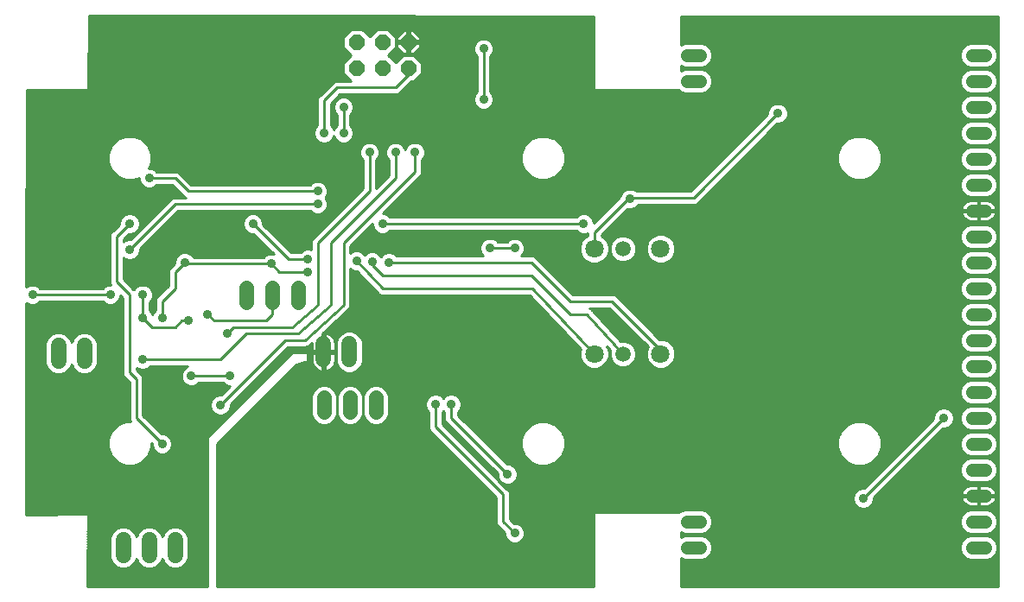
<source format=gbl>
G75*
G70*
%OFA0B0*%
%FSLAX24Y24*%
%IPPOS*%
%LPD*%
%AMOC8*
5,1,8,0,0,1.08239X$1,22.5*
%
%ADD10OC8,0.0600*%
%ADD11C,0.0515*%
%ADD12C,0.0594*%
%ADD13C,0.0709*%
%ADD14C,0.0600*%
%ADD15C,0.0560*%
%ADD16C,0.0100*%
%ADD17C,0.0310*%
%ADD18C,0.0360*%
D10*
X013111Y020361D03*
X014111Y020361D03*
X015111Y020361D03*
X015111Y021361D03*
X014111Y021361D03*
X013111Y021361D03*
D11*
X025854Y020862D02*
X026369Y020862D01*
X026369Y019862D02*
X025854Y019862D01*
X036854Y019862D02*
X037369Y019862D01*
X037369Y020862D02*
X036854Y020862D01*
X036854Y018862D02*
X037369Y018862D01*
X037369Y017862D02*
X036854Y017862D01*
X036854Y016862D02*
X037369Y016862D01*
X037369Y015862D02*
X036854Y015862D01*
X036854Y014862D02*
X037369Y014862D01*
X037369Y013862D02*
X036854Y013862D01*
X036854Y012862D02*
X037369Y012862D01*
X037369Y011862D02*
X036854Y011862D01*
X036854Y010862D02*
X037369Y010862D01*
X037369Y009862D02*
X036854Y009862D01*
X036854Y008862D02*
X037369Y008862D01*
X037369Y007862D02*
X036854Y007862D01*
X036854Y006862D02*
X037369Y006862D01*
X037369Y005862D02*
X036854Y005862D01*
X036854Y004862D02*
X037369Y004862D01*
X037369Y003862D02*
X036854Y003862D01*
X036854Y002862D02*
X037369Y002862D01*
X037369Y001862D02*
X036854Y001862D01*
X026369Y001862D02*
X025854Y001862D01*
X025854Y002862D02*
X026369Y002862D01*
D12*
X023386Y009333D03*
X023386Y013388D03*
D13*
X022284Y013388D03*
X024843Y013388D03*
X024843Y009333D03*
X022284Y009333D03*
D14*
X012837Y009108D02*
X012837Y009708D01*
X011837Y009708D02*
X011837Y009108D01*
X002611Y009061D02*
X002611Y009661D01*
X001611Y009661D02*
X001611Y009061D01*
X004111Y002161D02*
X004111Y001561D01*
X005111Y001561D02*
X005111Y002161D01*
X006111Y002161D02*
X006111Y001561D01*
D15*
X011861Y007081D02*
X011861Y007641D01*
X012861Y007641D02*
X012861Y007081D01*
X013861Y007081D02*
X013861Y007641D01*
X010861Y011331D02*
X010861Y011891D01*
X009861Y011891D02*
X009861Y011331D01*
X008861Y011331D02*
X008861Y011891D01*
D16*
X002746Y003141D02*
X002736Y000361D01*
X007361Y000361D01*
X007361Y006111D01*
X010611Y009386D01*
X011236Y009386D01*
X011236Y009061D01*
X010786Y008936D01*
X007736Y005861D01*
X007736Y000361D01*
X022261Y000361D01*
X022261Y003211D01*
X025542Y003211D01*
X025589Y003258D01*
X025761Y003329D01*
X026462Y003329D01*
X026634Y003258D01*
X026765Y003126D01*
X026836Y002955D01*
X026836Y002769D01*
X026765Y002597D01*
X026634Y002465D01*
X026462Y002394D01*
X025761Y002394D01*
X025611Y002456D01*
X025611Y002267D01*
X025761Y002329D01*
X026462Y002329D01*
X026634Y002258D01*
X026765Y002126D01*
X026836Y001955D01*
X026836Y001769D01*
X026765Y001597D01*
X026634Y001465D01*
X026462Y001394D01*
X025761Y001394D01*
X025611Y001456D01*
X025611Y000361D01*
X037861Y000361D01*
X037861Y022361D01*
X025611Y022361D01*
X025611Y021267D01*
X025761Y021329D01*
X026462Y021329D01*
X026634Y021258D01*
X026765Y021127D01*
X026836Y020955D01*
X026836Y020769D01*
X026765Y020597D01*
X026634Y020466D01*
X026462Y020394D01*
X025761Y020394D01*
X025611Y020457D01*
X025611Y020267D01*
X025761Y020329D01*
X026462Y020329D01*
X026634Y020258D01*
X026765Y020127D01*
X026836Y019955D01*
X026836Y019769D01*
X026765Y019597D01*
X026634Y019466D01*
X026462Y019394D01*
X025761Y019394D01*
X025589Y019466D01*
X025544Y019511D01*
X022261Y019511D01*
X022261Y022361D01*
X008622Y022396D01*
X002796Y022396D01*
X002766Y019531D01*
X000391Y019531D01*
X000372Y011924D01*
X000390Y011941D01*
X000533Y012001D01*
X000688Y012001D01*
X000832Y011941D01*
X000902Y011871D01*
X003319Y011871D01*
X003390Y011941D01*
X003533Y012001D01*
X003625Y012001D01*
X003601Y012059D01*
X003601Y012163D01*
X003601Y013913D01*
X003640Y014008D01*
X003714Y014081D01*
X003971Y014339D01*
X003971Y014438D01*
X004030Y014582D01*
X004140Y014691D01*
X004283Y014751D01*
X004438Y014751D01*
X004582Y014691D01*
X004691Y014582D01*
X004751Y014438D01*
X004751Y014283D01*
X004691Y014140D01*
X004582Y014030D01*
X004438Y013971D01*
X004339Y013971D01*
X004121Y013753D01*
X004121Y013672D01*
X004140Y013691D01*
X004283Y013751D01*
X004383Y013751D01*
X005964Y015331D01*
X006059Y015371D01*
X006163Y015371D01*
X006511Y015371D01*
X006464Y015390D01*
X006003Y015851D01*
X005402Y015851D01*
X005332Y015780D01*
X005188Y015721D01*
X005033Y015721D01*
X004890Y015780D01*
X004780Y015890D01*
X004721Y016033D01*
X004721Y016140D01*
X004528Y016060D01*
X004194Y016060D01*
X003885Y016188D01*
X003649Y016424D01*
X003521Y016733D01*
X003521Y017067D01*
X003649Y017376D01*
X003885Y017612D01*
X004194Y017740D01*
X004528Y017740D01*
X004837Y017612D01*
X005073Y017376D01*
X005201Y017067D01*
X005201Y016733D01*
X005105Y016501D01*
X005188Y016501D01*
X005332Y016441D01*
X005402Y016371D01*
X006163Y016371D01*
X006258Y016331D01*
X006331Y016258D01*
X006719Y015871D01*
X011319Y015871D01*
X011390Y015941D01*
X011533Y016001D01*
X011688Y016001D01*
X011832Y015941D01*
X011941Y015832D01*
X012001Y015688D01*
X012001Y015533D01*
X011941Y015390D01*
X011912Y015361D01*
X011941Y015332D01*
X012001Y015188D01*
X012820Y015188D01*
X012722Y015089D02*
X012001Y015089D01*
X012001Y015033D02*
X012001Y015188D01*
X011960Y015287D02*
X012919Y015287D01*
X013017Y015385D02*
X011937Y015385D01*
X011980Y015484D02*
X013116Y015484D01*
X013214Y015582D02*
X012001Y015582D01*
X012001Y015681D02*
X013313Y015681D01*
X013351Y015719D02*
X011464Y013831D01*
X011390Y013758D01*
X011351Y013663D01*
X011351Y013360D01*
X011313Y013376D01*
X011158Y013376D01*
X011015Y013316D01*
X010944Y013246D01*
X010594Y013246D01*
X009501Y014339D01*
X009501Y014438D01*
X009441Y014582D01*
X009332Y014691D01*
X009188Y014751D01*
X009033Y014751D01*
X008890Y014691D01*
X008780Y014582D01*
X008721Y014438D01*
X008721Y014283D01*
X008780Y014140D01*
X008890Y014030D01*
X009033Y013971D01*
X009133Y013971D01*
X009914Y013190D01*
X009888Y013201D01*
X009733Y013201D01*
X009590Y013141D01*
X009519Y013071D01*
X006821Y013071D01*
X006816Y013082D01*
X006707Y013191D01*
X006563Y013251D01*
X006408Y013251D01*
X006265Y013191D01*
X006155Y013082D01*
X006096Y012938D01*
X006096Y012839D01*
X005890Y012633D01*
X005851Y012538D01*
X005851Y012434D01*
X005851Y011969D01*
X005390Y011508D01*
X005351Y011413D01*
X005351Y011309D01*
X005351Y011027D01*
X005280Y010957D01*
X005236Y010850D01*
X005191Y010957D01*
X005121Y011027D01*
X005121Y011319D01*
X005191Y011390D01*
X005251Y011533D01*
X005251Y011688D01*
X005191Y011832D01*
X005082Y011941D01*
X004938Y012001D01*
X004783Y012001D01*
X004640Y011941D01*
X004530Y011832D01*
X004524Y011816D01*
X004508Y011831D01*
X004121Y012219D01*
X004121Y013049D01*
X004140Y013030D01*
X004283Y012971D01*
X004438Y012971D01*
X004582Y013030D01*
X004691Y013140D01*
X004751Y013283D01*
X004751Y013383D01*
X006219Y014851D01*
X011319Y014851D01*
X011390Y014780D01*
X011533Y014721D01*
X011688Y014721D01*
X011832Y014780D01*
X011941Y014890D01*
X012001Y015033D01*
X011983Y014991D02*
X012623Y014991D01*
X012525Y014892D02*
X011942Y014892D01*
X011845Y014794D02*
X012426Y014794D01*
X012328Y014695D02*
X009323Y014695D01*
X009426Y014597D02*
X012229Y014597D01*
X012131Y014498D02*
X009476Y014498D01*
X009501Y014400D02*
X012032Y014400D01*
X011933Y014301D02*
X009538Y014301D01*
X009637Y014203D02*
X011835Y014203D01*
X011736Y014104D02*
X009735Y014104D01*
X009834Y014005D02*
X011638Y014005D01*
X011539Y013907D02*
X009932Y013907D01*
X010031Y013808D02*
X011441Y013808D01*
X011370Y013710D02*
X010130Y013710D01*
X010228Y013611D02*
X011351Y013611D01*
X011351Y013513D02*
X010327Y013513D01*
X010425Y013414D02*
X011351Y013414D01*
X011611Y013611D02*
X011611Y011236D01*
X010611Y010361D01*
X008361Y010361D01*
X008111Y010111D01*
X007611Y010611D02*
X007361Y010861D01*
X007611Y010611D02*
X009611Y010611D01*
X009861Y010861D01*
X009861Y011611D01*
X010136Y012486D02*
X009811Y012811D01*
X006536Y012811D01*
X006486Y012861D01*
X006111Y012486D01*
X006111Y011861D01*
X005611Y011361D01*
X005611Y010736D01*
X005237Y010852D02*
X005235Y010852D01*
X005194Y010951D02*
X005278Y010951D01*
X005351Y011049D02*
X005121Y011049D01*
X005121Y011148D02*
X005351Y011148D01*
X005351Y011246D02*
X005121Y011246D01*
X005146Y011345D02*
X005351Y011345D01*
X005364Y011443D02*
X005214Y011443D01*
X005251Y011542D02*
X005424Y011542D01*
X005523Y011640D02*
X005251Y011640D01*
X005230Y011739D02*
X005621Y011739D01*
X005720Y011838D02*
X005186Y011838D01*
X005087Y011936D02*
X005818Y011936D01*
X005851Y012035D02*
X004305Y012035D01*
X004206Y012133D02*
X005851Y012133D01*
X005851Y012232D02*
X004121Y012232D01*
X004121Y012330D02*
X005851Y012330D01*
X005851Y012429D02*
X004121Y012429D01*
X004121Y012527D02*
X005851Y012527D01*
X005887Y012626D02*
X004121Y012626D01*
X004121Y012724D02*
X005982Y012724D01*
X006080Y012823D02*
X004121Y012823D01*
X004121Y012921D02*
X006096Y012921D01*
X006130Y013020D02*
X004557Y013020D01*
X004670Y013119D02*
X006192Y013119D01*
X006327Y013217D02*
X004723Y013217D01*
X004751Y013316D02*
X009788Y013316D01*
X009690Y013414D02*
X004782Y013414D01*
X004880Y013513D02*
X009591Y013513D01*
X009493Y013611D02*
X004979Y013611D01*
X005078Y013710D02*
X009394Y013710D01*
X009296Y013808D02*
X005176Y013808D01*
X005275Y013907D02*
X009197Y013907D01*
X008950Y014005D02*
X005373Y014005D01*
X005472Y014104D02*
X008816Y014104D01*
X008754Y014203D02*
X005570Y014203D01*
X005669Y014301D02*
X008721Y014301D01*
X008721Y014400D02*
X005767Y014400D01*
X005866Y014498D02*
X008746Y014498D01*
X008795Y014597D02*
X005964Y014597D01*
X006063Y014695D02*
X008899Y014695D01*
X009111Y014361D02*
X010486Y012986D01*
X011236Y012986D01*
X011014Y013316D02*
X010524Y013316D01*
X009887Y013217D02*
X006645Y013217D01*
X006780Y013119D02*
X009567Y013119D01*
X010136Y012486D02*
X011236Y012486D01*
X012871Y012527D02*
X013127Y012527D01*
X013121Y012533D02*
X013889Y011717D01*
X013890Y011714D01*
X013924Y011680D01*
X013957Y011645D01*
X013961Y011643D01*
X013964Y011640D01*
X012871Y011640D01*
X012871Y011542D02*
X019849Y011542D01*
X019794Y011601D02*
X021751Y009521D01*
X021719Y009446D01*
X021719Y009221D01*
X021805Y009014D01*
X021964Y008855D01*
X022171Y008769D01*
X022396Y008769D01*
X022603Y008855D01*
X022762Y009014D01*
X022848Y009221D01*
X022848Y009446D01*
X022774Y009624D01*
X022900Y009484D01*
X022879Y009434D01*
X022879Y009232D01*
X022956Y009046D01*
X023099Y008904D01*
X023285Y008826D01*
X023487Y008826D01*
X023673Y008904D01*
X023816Y009046D01*
X023893Y009232D01*
X023893Y009434D01*
X023816Y009620D01*
X023673Y009763D01*
X023487Y009840D01*
X023285Y009840D01*
X023281Y009838D01*
X022232Y011002D01*
X022229Y011008D01*
X022197Y011040D01*
X022167Y011073D01*
X022161Y011076D01*
X022156Y011081D01*
X022114Y011099D01*
X022109Y011101D01*
X022857Y011101D01*
X024347Y009611D01*
X024278Y009446D01*
X024278Y009221D01*
X024364Y009014D01*
X024523Y008855D01*
X024730Y008769D01*
X024955Y008769D01*
X025162Y008855D01*
X025321Y009014D01*
X025407Y009221D01*
X025407Y009446D01*
X025321Y009653D01*
X025162Y009812D01*
X024955Y009898D01*
X024796Y009898D01*
X023112Y011581D01*
X023017Y011621D01*
X022913Y011621D01*
X021469Y011621D01*
X020008Y013081D01*
X019913Y013121D01*
X019809Y013121D01*
X019472Y013121D01*
X019541Y013190D01*
X019601Y013333D01*
X019601Y013488D01*
X019541Y013632D01*
X019432Y013741D01*
X019288Y013801D01*
X019133Y013801D01*
X018990Y013741D01*
X018919Y013671D01*
X018552Y013671D01*
X018482Y013741D01*
X018338Y013801D01*
X018183Y013801D01*
X018040Y013741D01*
X017930Y013632D01*
X017871Y013488D01*
X017871Y013333D01*
X017930Y013190D01*
X017999Y013121D01*
X014652Y013121D01*
X014582Y013191D01*
X014438Y013251D01*
X014283Y013251D01*
X014140Y013191D01*
X014049Y013101D01*
X014041Y013119D01*
X013932Y013229D01*
X013788Y013288D01*
X013633Y013288D01*
X013490Y013229D01*
X013423Y013162D01*
X013332Y013254D01*
X013188Y013313D01*
X013033Y013313D01*
X012890Y013254D01*
X012871Y013235D01*
X012871Y013503D01*
X013721Y014353D01*
X013721Y014283D01*
X013780Y014140D01*
X013890Y014030D01*
X014033Y013971D01*
X014188Y013971D01*
X014332Y014030D01*
X014402Y014101D01*
X021582Y014101D01*
X021652Y014030D01*
X021796Y013971D01*
X021951Y013971D01*
X022028Y014003D01*
X022027Y013893D01*
X021964Y013867D01*
X021805Y013708D01*
X021719Y013501D01*
X021719Y013276D01*
X021805Y013069D01*
X021964Y012910D01*
X022171Y012824D01*
X022396Y012824D01*
X022603Y012910D01*
X022762Y013069D01*
X022848Y013276D01*
X022848Y013501D01*
X022762Y013708D01*
X022603Y013867D01*
X022547Y013890D01*
X022548Y013930D01*
X023552Y014934D01*
X023583Y014921D01*
X023738Y014921D01*
X023882Y014980D01*
X023991Y015090D01*
X023996Y015101D01*
X026059Y015101D01*
X026163Y015101D01*
X026258Y015140D01*
X029339Y018221D01*
X029438Y018221D01*
X029582Y018280D01*
X029691Y018390D01*
X029751Y018533D01*
X029751Y018688D01*
X029691Y018832D01*
X029582Y018941D01*
X029438Y019001D01*
X029283Y019001D01*
X029140Y018941D01*
X029030Y018832D01*
X028971Y018688D01*
X028971Y018589D01*
X026003Y015621D01*
X023902Y015621D01*
X023882Y015641D01*
X023738Y015701D01*
X023583Y015701D01*
X023440Y015641D01*
X023330Y015532D01*
X023271Y015389D01*
X022263Y014381D01*
X022263Y014438D01*
X022204Y014582D01*
X022094Y014691D01*
X021951Y014751D01*
X021796Y014751D01*
X021652Y014691D01*
X021582Y014621D01*
X014402Y014621D01*
X014332Y014691D01*
X014188Y014751D01*
X014118Y014751D01*
X015581Y016214D01*
X015621Y016309D01*
X015621Y016413D01*
X015621Y016819D01*
X015691Y016890D01*
X015751Y017033D01*
X015751Y017188D01*
X015691Y017332D01*
X015582Y017441D01*
X015438Y017501D01*
X015283Y017501D01*
X015140Y017441D01*
X015030Y017332D01*
X014986Y017225D01*
X014941Y017332D01*
X014832Y017441D01*
X014688Y017501D01*
X014533Y017501D01*
X014390Y017441D01*
X014280Y017332D01*
X014221Y017188D01*
X014221Y017033D01*
X014280Y016890D01*
X014351Y016819D01*
X014351Y016219D01*
X013871Y015738D01*
X013871Y016819D01*
X013941Y016890D01*
X014001Y017033D01*
X014001Y017188D01*
X013941Y017332D01*
X013832Y017441D01*
X013688Y017501D01*
X013533Y017501D01*
X013390Y017441D01*
X013280Y017332D01*
X013221Y017188D01*
X013221Y017033D01*
X013280Y016890D01*
X013351Y016819D01*
X013351Y015719D01*
X013351Y015779D02*
X011963Y015779D01*
X011895Y015878D02*
X013351Y015878D01*
X013351Y015976D02*
X011748Y015976D01*
X011474Y015976D02*
X006613Y015976D01*
X006712Y015878D02*
X011326Y015878D01*
X011611Y015611D02*
X006611Y015611D01*
X006111Y016111D01*
X005111Y016111D01*
X004744Y015976D02*
X000382Y015976D01*
X000382Y015878D02*
X004792Y015878D01*
X004892Y015779D02*
X000382Y015779D01*
X000381Y015681D02*
X006173Y015681D01*
X006075Y015779D02*
X005329Y015779D01*
X004721Y016075D02*
X004564Y016075D01*
X004158Y016075D02*
X000382Y016075D01*
X000383Y016173D02*
X003920Y016173D01*
X003801Y016272D02*
X000383Y016272D01*
X000383Y016371D02*
X003702Y016371D01*
X003630Y016469D02*
X000383Y016469D01*
X000384Y016568D02*
X003589Y016568D01*
X003549Y016666D02*
X000384Y016666D01*
X000384Y016765D02*
X003521Y016765D01*
X003521Y016863D02*
X000384Y016863D01*
X000385Y016962D02*
X003521Y016962D01*
X003521Y017060D02*
X000385Y017060D01*
X000385Y017159D02*
X003559Y017159D01*
X003600Y017257D02*
X000385Y017257D01*
X000386Y017356D02*
X003641Y017356D01*
X003728Y017454D02*
X000386Y017454D01*
X000386Y017553D02*
X003826Y017553D01*
X003981Y017652D02*
X000386Y017652D01*
X000386Y017750D02*
X011485Y017750D01*
X011471Y017783D02*
X011530Y017640D01*
X011640Y017530D01*
X011783Y017471D01*
X011938Y017471D01*
X012082Y017530D01*
X012191Y017640D01*
X012236Y017747D01*
X012280Y017640D01*
X012390Y017530D01*
X012533Y017471D01*
X012688Y017471D01*
X012832Y017530D01*
X012941Y017640D01*
X013001Y017783D01*
X013001Y017938D01*
X012941Y018082D01*
X012871Y018152D01*
X012871Y018569D01*
X012941Y018640D01*
X013001Y018783D01*
X013001Y018938D01*
X012941Y019082D01*
X012832Y019191D01*
X012688Y019251D01*
X012533Y019251D01*
X012390Y019191D01*
X012280Y019082D01*
X012221Y018938D01*
X012221Y018783D01*
X012280Y018640D01*
X012351Y018569D01*
X012351Y018152D01*
X012280Y018082D01*
X012236Y017975D01*
X012191Y018082D01*
X012121Y018152D01*
X012121Y019003D01*
X012469Y019351D01*
X014663Y019351D01*
X014758Y019390D01*
X014831Y019464D01*
X015219Y019851D01*
X015322Y019851D01*
X015621Y020150D01*
X015621Y020572D01*
X015322Y020871D01*
X014900Y020871D01*
X014611Y020582D01*
X014332Y020861D01*
X014621Y021150D01*
X014621Y021572D01*
X014322Y021871D01*
X013900Y021871D01*
X013611Y021582D01*
X013322Y021871D01*
X012900Y021871D01*
X012601Y021572D01*
X012601Y021150D01*
X012890Y020861D01*
X012601Y020572D01*
X012601Y020150D01*
X012880Y019871D01*
X012413Y019871D01*
X012309Y019871D01*
X012214Y019831D01*
X011714Y019331D01*
X011640Y019258D01*
X011601Y019163D01*
X011601Y018152D01*
X011530Y018082D01*
X011471Y017938D01*
X011471Y017783D01*
X011471Y017849D02*
X000387Y017849D01*
X000387Y017947D02*
X011475Y017947D01*
X011515Y018046D02*
X000387Y018046D01*
X000387Y018144D02*
X011593Y018144D01*
X011601Y018243D02*
X000388Y018243D01*
X000388Y018341D02*
X011601Y018341D01*
X011601Y018440D02*
X000388Y018440D01*
X000388Y018538D02*
X011601Y018538D01*
X011601Y018637D02*
X000389Y018637D01*
X000389Y018736D02*
X011601Y018736D01*
X011601Y018834D02*
X000389Y018834D01*
X000389Y018933D02*
X011601Y018933D01*
X011601Y019031D02*
X000390Y019031D01*
X000390Y019130D02*
X011601Y019130D01*
X011628Y019228D02*
X000390Y019228D01*
X000390Y019327D02*
X011709Y019327D01*
X011808Y019425D02*
X000391Y019425D01*
X000391Y019524D02*
X011906Y019524D01*
X012005Y019622D02*
X002767Y019622D01*
X002768Y019721D02*
X012103Y019721D01*
X012202Y019820D02*
X002769Y019820D01*
X002770Y019918D02*
X012832Y019918D01*
X012734Y020017D02*
X002771Y020017D01*
X002772Y020115D02*
X012635Y020115D01*
X012601Y020214D02*
X002773Y020214D01*
X002774Y020312D02*
X012601Y020312D01*
X012601Y020411D02*
X002775Y020411D01*
X002776Y020509D02*
X012601Y020509D01*
X012637Y020608D02*
X002777Y020608D01*
X002778Y020706D02*
X012735Y020706D01*
X012834Y020805D02*
X002779Y020805D01*
X002780Y020904D02*
X012847Y020904D01*
X012748Y021002D02*
X002781Y021002D01*
X002782Y021101D02*
X012650Y021101D01*
X012601Y021199D02*
X002783Y021199D01*
X002784Y021298D02*
X012601Y021298D01*
X012601Y021396D02*
X002785Y021396D01*
X002786Y021495D02*
X012601Y021495D01*
X012622Y021593D02*
X002787Y021593D01*
X002788Y021692D02*
X012721Y021692D01*
X012819Y021790D02*
X002789Y021790D01*
X002790Y021889D02*
X022261Y021889D01*
X022261Y021987D02*
X002791Y021987D01*
X002792Y022086D02*
X022261Y022086D01*
X022261Y022185D02*
X002794Y022185D01*
X002795Y022283D02*
X022261Y022283D01*
X022261Y021790D02*
X015318Y021790D01*
X015297Y021811D02*
X015161Y021811D01*
X015161Y021411D01*
X015561Y021411D01*
X015561Y021547D01*
X015297Y021811D01*
X015161Y021790D02*
X015061Y021790D01*
X015061Y021811D02*
X015061Y021411D01*
X015161Y021411D01*
X015161Y021311D01*
X015561Y021311D01*
X015561Y021174D01*
X015297Y020911D01*
X015161Y020911D01*
X015161Y021311D01*
X015061Y021311D01*
X015061Y020911D01*
X014924Y020911D01*
X014661Y021174D01*
X014661Y021311D01*
X015061Y021311D01*
X015061Y021411D01*
X014661Y021411D01*
X014661Y021547D01*
X014924Y021811D01*
X015061Y021811D01*
X015061Y021692D02*
X015161Y021692D01*
X015161Y021593D02*
X015061Y021593D01*
X015061Y021495D02*
X015161Y021495D01*
X015161Y021396D02*
X017745Y021396D01*
X017790Y021441D02*
X017680Y021332D01*
X017621Y021188D01*
X017621Y021033D01*
X017680Y020890D01*
X017751Y020819D01*
X017751Y019452D01*
X017680Y019382D01*
X017621Y019238D01*
X017621Y019083D01*
X017680Y018940D01*
X017790Y018830D01*
X017933Y018771D01*
X018088Y018771D01*
X018232Y018830D01*
X018341Y018940D01*
X018401Y019083D01*
X018401Y019238D01*
X018341Y019382D01*
X018271Y019452D01*
X018271Y020819D01*
X018341Y020890D01*
X018401Y021033D01*
X018401Y021188D01*
X018341Y021332D01*
X018232Y021441D01*
X018088Y021501D01*
X017933Y021501D01*
X017790Y021441D01*
X017919Y021495D02*
X015561Y021495D01*
X015515Y021593D02*
X022261Y021593D01*
X022261Y021495D02*
X018103Y021495D01*
X018277Y021396D02*
X022261Y021396D01*
X022261Y021298D02*
X018356Y021298D01*
X018396Y021199D02*
X022261Y021199D01*
X022261Y021101D02*
X018401Y021101D01*
X018388Y021002D02*
X022261Y021002D01*
X022261Y020904D02*
X018347Y020904D01*
X018271Y020805D02*
X022261Y020805D01*
X022261Y020706D02*
X018271Y020706D01*
X018271Y020608D02*
X022261Y020608D01*
X022261Y020509D02*
X018271Y020509D01*
X018271Y020411D02*
X022261Y020411D01*
X022261Y020312D02*
X018271Y020312D01*
X018271Y020214D02*
X022261Y020214D01*
X022261Y020115D02*
X018271Y020115D01*
X018271Y020017D02*
X022261Y020017D01*
X022261Y019918D02*
X018271Y019918D01*
X018271Y019820D02*
X022261Y019820D01*
X022261Y019721D02*
X018271Y019721D01*
X018271Y019622D02*
X022261Y019622D01*
X022261Y019524D02*
X018271Y019524D01*
X018298Y019425D02*
X025686Y019425D01*
X026537Y019425D02*
X036686Y019425D01*
X036761Y019394D02*
X036589Y019466D01*
X036458Y019597D01*
X036387Y019769D01*
X036387Y019955D01*
X036458Y020127D01*
X036589Y020258D01*
X036761Y020329D01*
X037462Y020329D01*
X037634Y020258D01*
X037765Y020127D01*
X037836Y019955D01*
X037836Y019769D01*
X037765Y019597D01*
X037634Y019466D01*
X037462Y019394D01*
X036761Y019394D01*
X036761Y019329D02*
X036589Y019258D01*
X036458Y019127D01*
X036387Y018955D01*
X036387Y018769D01*
X036458Y018597D01*
X036589Y018466D01*
X036761Y018394D01*
X037462Y018394D01*
X037634Y018466D01*
X037765Y018597D01*
X037836Y018769D01*
X037836Y018955D01*
X037765Y019127D01*
X037634Y019258D01*
X037462Y019329D01*
X036761Y019329D01*
X036755Y019327D02*
X018364Y019327D01*
X018401Y019228D02*
X036559Y019228D01*
X036461Y019130D02*
X018401Y019130D01*
X018379Y019031D02*
X036418Y019031D01*
X036387Y018933D02*
X029591Y018933D01*
X029689Y018834D02*
X036387Y018834D01*
X036400Y018736D02*
X029731Y018736D01*
X029751Y018637D02*
X036441Y018637D01*
X036516Y018538D02*
X029751Y018538D01*
X029712Y018440D02*
X036651Y018440D01*
X036761Y018329D02*
X036589Y018258D01*
X036458Y018127D01*
X036387Y017955D01*
X036387Y017769D01*
X036458Y017597D01*
X036589Y017466D01*
X036761Y017394D01*
X037462Y017394D01*
X037634Y017466D01*
X037765Y017597D01*
X037836Y017769D01*
X037836Y017955D01*
X037765Y018127D01*
X037634Y018258D01*
X037462Y018329D01*
X036761Y018329D01*
X036574Y018243D02*
X029491Y018243D01*
X029643Y018341D02*
X037861Y018341D01*
X037861Y018243D02*
X037649Y018243D01*
X037748Y018144D02*
X037861Y018144D01*
X037861Y018046D02*
X037799Y018046D01*
X037836Y017947D02*
X037861Y017947D01*
X037861Y017849D02*
X037836Y017849D01*
X037829Y017750D02*
X037861Y017750D01*
X037861Y017652D02*
X037788Y017652D01*
X037721Y017553D02*
X037861Y017553D01*
X037861Y017454D02*
X037607Y017454D01*
X037462Y017329D02*
X037634Y017258D01*
X037765Y017127D01*
X037836Y016955D01*
X037836Y016769D01*
X037765Y016597D01*
X037634Y016466D01*
X037462Y016394D01*
X036761Y016394D01*
X036589Y016466D01*
X036458Y016597D01*
X036387Y016769D01*
X036387Y016955D01*
X036458Y017127D01*
X036589Y017258D01*
X036761Y017329D01*
X037462Y017329D01*
X037635Y017257D02*
X037861Y017257D01*
X037861Y017159D02*
X037733Y017159D01*
X037793Y017060D02*
X037861Y017060D01*
X037861Y016962D02*
X037834Y016962D01*
X037836Y016863D02*
X037861Y016863D01*
X037861Y016765D02*
X037835Y016765D01*
X037861Y016666D02*
X037794Y016666D01*
X037736Y016568D02*
X037861Y016568D01*
X037861Y016469D02*
X037637Y016469D01*
X037600Y016272D02*
X037861Y016272D01*
X037861Y016371D02*
X033169Y016371D01*
X033222Y016424D02*
X033350Y016733D01*
X033350Y017067D01*
X033222Y017376D01*
X032986Y017612D01*
X032678Y017740D01*
X032343Y017740D01*
X032035Y017612D01*
X031798Y017376D01*
X031671Y017067D01*
X031671Y016733D01*
X031798Y016424D01*
X032035Y016188D01*
X032343Y016060D01*
X032678Y016060D01*
X032986Y016188D01*
X033222Y016424D01*
X033241Y016469D02*
X036586Y016469D01*
X036487Y016568D02*
X033282Y016568D01*
X033323Y016666D02*
X036429Y016666D01*
X036388Y016765D02*
X033350Y016765D01*
X033350Y016863D02*
X036387Y016863D01*
X036389Y016962D02*
X033350Y016962D01*
X033350Y017060D02*
X036430Y017060D01*
X036490Y017159D02*
X033312Y017159D01*
X033271Y017257D02*
X036589Y017257D01*
X036616Y017454D02*
X033144Y017454D01*
X033231Y017356D02*
X037861Y017356D01*
X036502Y017553D02*
X033045Y017553D01*
X032890Y017652D02*
X036435Y017652D01*
X036394Y017750D02*
X028868Y017750D01*
X028966Y017849D02*
X036387Y017849D01*
X036387Y017947D02*
X029065Y017947D01*
X029163Y018046D02*
X036424Y018046D01*
X036475Y018144D02*
X029262Y018144D01*
X028724Y018341D02*
X012871Y018341D01*
X012871Y018243D02*
X028625Y018243D01*
X028527Y018144D02*
X012879Y018144D01*
X012956Y018046D02*
X028428Y018046D01*
X028330Y017947D02*
X012997Y017947D01*
X013001Y017849D02*
X028231Y017849D01*
X028132Y017750D02*
X012987Y017750D01*
X012946Y017652D02*
X019926Y017652D01*
X019830Y017612D02*
X019594Y017376D01*
X019466Y017067D01*
X019466Y016733D01*
X019594Y016424D01*
X019830Y016188D01*
X020139Y016060D01*
X020473Y016060D01*
X020781Y016188D01*
X021018Y016424D01*
X021146Y016733D01*
X021146Y017067D01*
X021018Y017376D01*
X020781Y017612D01*
X020473Y017740D01*
X020139Y017740D01*
X019830Y017612D01*
X019771Y017553D02*
X012855Y017553D01*
X012611Y017861D02*
X012611Y018861D01*
X012894Y019130D02*
X017621Y019130D01*
X017621Y019228D02*
X012743Y019228D01*
X012479Y019228D02*
X012346Y019228D01*
X012328Y019130D02*
X012247Y019130D01*
X012259Y019031D02*
X012149Y019031D01*
X012121Y018933D02*
X012221Y018933D01*
X012221Y018834D02*
X012121Y018834D01*
X012121Y018736D02*
X012241Y018736D01*
X012283Y018637D02*
X012121Y018637D01*
X012121Y018538D02*
X012351Y018538D01*
X012351Y018440D02*
X012121Y018440D01*
X012121Y018341D02*
X012351Y018341D01*
X012351Y018243D02*
X012121Y018243D01*
X012129Y018144D02*
X012343Y018144D01*
X012265Y018046D02*
X012206Y018046D01*
X011861Y017861D02*
X011861Y019111D01*
X012361Y019611D01*
X014611Y019611D01*
X015111Y020111D01*
X015111Y020361D01*
X015488Y020017D02*
X017751Y020017D01*
X017751Y020115D02*
X015586Y020115D01*
X015621Y020214D02*
X017751Y020214D01*
X017751Y020312D02*
X015621Y020312D01*
X015621Y020411D02*
X017751Y020411D01*
X017751Y020509D02*
X015621Y020509D01*
X015585Y020608D02*
X017751Y020608D01*
X017751Y020706D02*
X015486Y020706D01*
X015388Y020805D02*
X017751Y020805D01*
X017675Y020904D02*
X014375Y020904D01*
X014388Y020805D02*
X014834Y020805D01*
X014735Y020706D02*
X014486Y020706D01*
X014585Y020608D02*
X014637Y020608D01*
X014473Y021002D02*
X014833Y021002D01*
X014735Y021101D02*
X014572Y021101D01*
X014621Y021199D02*
X014661Y021199D01*
X014661Y021298D02*
X014621Y021298D01*
X014621Y021396D02*
X015061Y021396D01*
X015061Y021298D02*
X015161Y021298D01*
X015161Y021199D02*
X015061Y021199D01*
X015061Y021101D02*
X015161Y021101D01*
X015161Y021002D02*
X015061Y021002D01*
X015388Y021002D02*
X017634Y021002D01*
X017621Y021101D02*
X015487Y021101D01*
X015561Y021199D02*
X017625Y021199D01*
X017666Y021298D02*
X015561Y021298D01*
X015416Y021692D02*
X022261Y021692D01*
X025611Y021692D02*
X037861Y021692D01*
X037861Y021790D02*
X025611Y021790D01*
X025611Y021889D02*
X037861Y021889D01*
X037861Y021987D02*
X025611Y021987D01*
X025611Y022086D02*
X037861Y022086D01*
X037861Y022185D02*
X025611Y022185D01*
X025611Y022283D02*
X037861Y022283D01*
X037861Y021593D02*
X025611Y021593D01*
X025611Y021495D02*
X037861Y021495D01*
X037861Y021396D02*
X025611Y021396D01*
X025611Y021298D02*
X025685Y021298D01*
X026538Y021298D02*
X036685Y021298D01*
X036761Y021329D02*
X036589Y021258D01*
X036458Y021127D01*
X036387Y020955D01*
X036387Y020769D01*
X036458Y020597D01*
X036589Y020466D01*
X036761Y020394D01*
X037462Y020394D01*
X037634Y020466D01*
X037765Y020597D01*
X037836Y020769D01*
X037836Y020955D01*
X037765Y021127D01*
X037634Y021258D01*
X037462Y021329D01*
X036761Y021329D01*
X036530Y021199D02*
X026693Y021199D01*
X026776Y021101D02*
X036447Y021101D01*
X036406Y021002D02*
X026817Y021002D01*
X026836Y020904D02*
X036387Y020904D01*
X036387Y020805D02*
X026836Y020805D01*
X026810Y020706D02*
X036412Y020706D01*
X036453Y020608D02*
X026770Y020608D01*
X026677Y020509D02*
X036546Y020509D01*
X036721Y020411D02*
X026501Y020411D01*
X026503Y020312D02*
X036720Y020312D01*
X036545Y020214D02*
X026678Y020214D01*
X026770Y020115D02*
X036453Y020115D01*
X036412Y020017D02*
X026811Y020017D01*
X026836Y019918D02*
X036387Y019918D01*
X036387Y019820D02*
X026836Y019820D01*
X026816Y019721D02*
X036406Y019721D01*
X036447Y019622D02*
X026776Y019622D01*
X026692Y019524D02*
X036531Y019524D01*
X037468Y019327D02*
X037861Y019327D01*
X037861Y019425D02*
X037537Y019425D01*
X037692Y019524D02*
X037861Y019524D01*
X037861Y019622D02*
X037776Y019622D01*
X037817Y019721D02*
X037861Y019721D01*
X037861Y019820D02*
X037836Y019820D01*
X037836Y019918D02*
X037861Y019918D01*
X037861Y020017D02*
X037811Y020017D01*
X037770Y020115D02*
X037861Y020115D01*
X037861Y020214D02*
X037678Y020214D01*
X037503Y020312D02*
X037861Y020312D01*
X037861Y020411D02*
X037502Y020411D01*
X037678Y020509D02*
X037861Y020509D01*
X037861Y020608D02*
X037770Y020608D01*
X037811Y020706D02*
X037861Y020706D01*
X037861Y020805D02*
X037836Y020805D01*
X037836Y020904D02*
X037861Y020904D01*
X037861Y021002D02*
X037817Y021002D01*
X037776Y021101D02*
X037861Y021101D01*
X037861Y021199D02*
X037693Y021199D01*
X037538Y021298D02*
X037861Y021298D01*
X037861Y019228D02*
X037664Y019228D01*
X037762Y019130D02*
X037861Y019130D01*
X037861Y019031D02*
X037805Y019031D01*
X037836Y018933D02*
X037861Y018933D01*
X037861Y018834D02*
X037836Y018834D01*
X037823Y018736D02*
X037861Y018736D01*
X037861Y018637D02*
X037782Y018637D01*
X037707Y018538D02*
X037861Y018538D01*
X037861Y018440D02*
X037572Y018440D01*
X037462Y016329D02*
X036761Y016329D01*
X036589Y016258D01*
X036458Y016127D01*
X036387Y015955D01*
X036387Y015769D01*
X036458Y015597D01*
X036589Y015466D01*
X036761Y015394D01*
X037462Y015394D01*
X037634Y015466D01*
X037765Y015597D01*
X037836Y015769D01*
X037836Y015955D01*
X037765Y016127D01*
X037634Y016258D01*
X037462Y016329D01*
X037719Y016173D02*
X037861Y016173D01*
X037861Y016075D02*
X037787Y016075D01*
X037828Y015976D02*
X037861Y015976D01*
X037861Y015878D02*
X037836Y015878D01*
X037836Y015779D02*
X037861Y015779D01*
X037861Y015681D02*
X037800Y015681D01*
X037751Y015582D02*
X037861Y015582D01*
X037861Y015484D02*
X037652Y015484D01*
X037861Y015385D02*
X026503Y015385D01*
X026601Y015484D02*
X036571Y015484D01*
X036473Y015582D02*
X026700Y015582D01*
X026798Y015681D02*
X036423Y015681D01*
X036387Y015779D02*
X026897Y015779D01*
X026995Y015878D02*
X036387Y015878D01*
X036396Y015976D02*
X027094Y015976D01*
X027193Y016075D02*
X032307Y016075D01*
X032069Y016173D02*
X027291Y016173D01*
X027390Y016272D02*
X031951Y016272D01*
X031852Y016371D02*
X027488Y016371D01*
X027587Y016469D02*
X031780Y016469D01*
X031739Y016568D02*
X027685Y016568D01*
X027784Y016666D02*
X031698Y016666D01*
X031671Y016765D02*
X027882Y016765D01*
X027981Y016863D02*
X031671Y016863D01*
X031671Y016962D02*
X028079Y016962D01*
X028178Y017060D02*
X031671Y017060D01*
X031709Y017159D02*
X028277Y017159D01*
X028375Y017257D02*
X031749Y017257D01*
X031790Y017356D02*
X028474Y017356D01*
X028572Y017454D02*
X031877Y017454D01*
X031976Y017553D02*
X028671Y017553D01*
X028769Y017652D02*
X032131Y017652D01*
X033070Y016272D02*
X036623Y016272D01*
X036505Y016173D02*
X032951Y016173D01*
X032714Y016075D02*
X036436Y016075D01*
X036698Y015239D02*
X036641Y015210D01*
X036589Y015173D01*
X036543Y015127D01*
X036506Y015075D01*
X036476Y015018D01*
X036457Y014957D01*
X036447Y014894D01*
X036447Y014891D01*
X037083Y014891D01*
X037083Y015269D01*
X036822Y015269D01*
X036759Y015259D01*
X036698Y015239D01*
X036610Y015188D02*
X026306Y015188D01*
X026404Y015287D02*
X037861Y015287D01*
X037861Y015188D02*
X037613Y015188D01*
X037634Y015173D02*
X037583Y015210D01*
X037525Y015239D01*
X037464Y015259D01*
X037401Y015269D01*
X037140Y015269D01*
X037140Y014891D01*
X037083Y014891D01*
X037083Y014833D01*
X037140Y014833D01*
X037140Y014454D01*
X037401Y014454D01*
X037464Y014464D01*
X037525Y014484D01*
X037583Y014513D01*
X037634Y014551D01*
X037680Y014596D01*
X037718Y014648D01*
X037747Y014705D01*
X037766Y014766D01*
X037776Y014830D01*
X037776Y014833D01*
X037141Y014833D01*
X037141Y014891D01*
X037776Y014891D01*
X037776Y014894D01*
X037766Y014957D01*
X037747Y015018D01*
X037718Y015075D01*
X037680Y015127D01*
X037634Y015173D01*
X037707Y015089D02*
X037861Y015089D01*
X037861Y014991D02*
X037756Y014991D01*
X037776Y014892D02*
X037861Y014892D01*
X037861Y014794D02*
X037771Y014794D01*
X037741Y014695D02*
X037861Y014695D01*
X037861Y014597D02*
X037680Y014597D01*
X037553Y014498D02*
X037861Y014498D01*
X037861Y014400D02*
X023017Y014400D01*
X023116Y014498D02*
X036670Y014498D01*
X036698Y014484D02*
X036641Y014513D01*
X036589Y014551D01*
X036543Y014596D01*
X036506Y014648D01*
X036476Y014705D01*
X036457Y014766D01*
X036447Y014830D01*
X036447Y014833D01*
X037083Y014833D01*
X037083Y014454D01*
X036822Y014454D01*
X036759Y014464D01*
X036698Y014484D01*
X036761Y014329D02*
X036589Y014258D01*
X036458Y014127D01*
X036387Y013955D01*
X036387Y013769D01*
X036458Y013597D01*
X036589Y013466D01*
X036761Y013394D01*
X037462Y013394D01*
X037634Y013466D01*
X037765Y013597D01*
X037836Y013769D01*
X037836Y013955D01*
X037765Y014127D01*
X037634Y014258D01*
X037462Y014329D01*
X036761Y014329D01*
X036693Y014301D02*
X022919Y014301D01*
X022820Y014203D02*
X036534Y014203D01*
X036448Y014104D02*
X022722Y014104D01*
X022623Y014005D02*
X036408Y014005D01*
X036387Y013907D02*
X025066Y013907D01*
X025162Y013867D02*
X024955Y013953D01*
X024730Y013953D01*
X024523Y013867D01*
X024364Y013708D01*
X024278Y013501D01*
X024278Y013276D01*
X024364Y013069D01*
X024523Y012910D01*
X024730Y012824D01*
X024955Y012824D01*
X025162Y012910D01*
X025321Y013069D01*
X025407Y013276D01*
X025407Y013501D01*
X025321Y013708D01*
X025162Y013867D01*
X025221Y013808D02*
X036387Y013808D01*
X036411Y013710D02*
X025319Y013710D01*
X025361Y013611D02*
X036452Y013611D01*
X036542Y013513D02*
X025402Y013513D01*
X025407Y013414D02*
X036713Y013414D01*
X036761Y013329D02*
X036589Y013258D01*
X036458Y013127D01*
X036387Y012955D01*
X036387Y012769D01*
X036458Y012597D01*
X036589Y012465D01*
X036761Y012394D01*
X037462Y012394D01*
X037634Y012465D01*
X037765Y012597D01*
X037836Y012769D01*
X037836Y012955D01*
X037765Y013127D01*
X037634Y013258D01*
X037462Y013329D01*
X036761Y013329D01*
X036728Y013316D02*
X025407Y013316D01*
X025383Y013217D02*
X036548Y013217D01*
X036454Y013119D02*
X025342Y013119D01*
X025272Y013020D02*
X036414Y013020D01*
X036387Y012921D02*
X025174Y012921D01*
X024512Y012921D02*
X023583Y012921D01*
X023673Y012959D02*
X023487Y012882D01*
X023285Y012882D01*
X023099Y012959D01*
X022956Y013101D01*
X022879Y013288D01*
X022879Y013489D01*
X022956Y013676D01*
X023099Y013818D01*
X023285Y013895D01*
X023487Y013895D01*
X023673Y013818D01*
X023816Y013676D01*
X023893Y013489D01*
X023893Y013288D01*
X023816Y013101D01*
X023673Y012959D01*
X023734Y013020D02*
X024413Y013020D01*
X024344Y013119D02*
X023823Y013119D01*
X023864Y013217D02*
X024303Y013217D01*
X024278Y013316D02*
X023893Y013316D01*
X023893Y013414D02*
X024278Y013414D01*
X024283Y013513D02*
X023883Y013513D01*
X023842Y013611D02*
X024324Y013611D01*
X024366Y013710D02*
X023781Y013710D01*
X023683Y013808D02*
X024465Y013808D01*
X024620Y013907D02*
X022547Y013907D01*
X022662Y013808D02*
X023089Y013808D01*
X022991Y013710D02*
X022760Y013710D01*
X022802Y013611D02*
X022930Y013611D01*
X022889Y013513D02*
X022843Y013513D01*
X022848Y013414D02*
X022879Y013414D01*
X022879Y013316D02*
X022848Y013316D01*
X022824Y013217D02*
X022908Y013217D01*
X022949Y013119D02*
X022783Y013119D01*
X022713Y013020D02*
X023038Y013020D01*
X023189Y012921D02*
X022615Y012921D01*
X022284Y013388D02*
X022288Y014038D01*
X023586Y015336D01*
X023611Y015311D01*
X023661Y015311D01*
X023611Y015361D02*
X026111Y015361D01*
X029361Y018611D01*
X028990Y018736D02*
X012981Y018736D01*
X013001Y018834D02*
X017786Y018834D01*
X017688Y018933D02*
X013001Y018933D01*
X012962Y019031D02*
X017642Y019031D01*
X018011Y019161D02*
X018011Y021111D01*
X017751Y019918D02*
X015389Y019918D01*
X015187Y019820D02*
X017751Y019820D01*
X017751Y019721D02*
X015089Y019721D01*
X014990Y019622D02*
X017751Y019622D01*
X017751Y019524D02*
X014892Y019524D01*
X014793Y019425D02*
X017724Y019425D01*
X017657Y019327D02*
X012444Y019327D01*
X012939Y018637D02*
X028971Y018637D01*
X028921Y018538D02*
X012871Y018538D01*
X012871Y018440D02*
X028822Y018440D01*
X029033Y018834D02*
X018236Y018834D01*
X018334Y018933D02*
X029131Y018933D01*
X028034Y017652D02*
X020686Y017652D01*
X020840Y017553D02*
X027935Y017553D01*
X027837Y017454D02*
X020939Y017454D01*
X021026Y017356D02*
X027738Y017356D01*
X027640Y017257D02*
X021067Y017257D01*
X021108Y017159D02*
X027541Y017159D01*
X027443Y017060D02*
X021146Y017060D01*
X021146Y016962D02*
X027344Y016962D01*
X027246Y016863D02*
X021146Y016863D01*
X021146Y016765D02*
X027147Y016765D01*
X027048Y016666D02*
X021118Y016666D01*
X021077Y016568D02*
X026950Y016568D01*
X026851Y016469D02*
X021036Y016469D01*
X020964Y016371D02*
X026753Y016371D01*
X026654Y016272D02*
X020866Y016272D01*
X020747Y016173D02*
X026556Y016173D01*
X026457Y016075D02*
X020509Y016075D01*
X020103Y016075D02*
X015443Y016075D01*
X015541Y016173D02*
X019865Y016173D01*
X019746Y016272D02*
X015605Y016272D01*
X015621Y016371D02*
X019647Y016371D01*
X019575Y016469D02*
X015621Y016469D01*
X015621Y016568D02*
X019534Y016568D01*
X019493Y016666D02*
X015621Y016666D01*
X015621Y016765D02*
X019466Y016765D01*
X019466Y016863D02*
X015665Y016863D01*
X015721Y016962D02*
X019466Y016962D01*
X019466Y017060D02*
X015751Y017060D01*
X015751Y017159D02*
X019504Y017159D01*
X019545Y017257D02*
X015722Y017257D01*
X015667Y017356D02*
X019586Y017356D01*
X019673Y017454D02*
X015550Y017454D01*
X015171Y017454D02*
X014800Y017454D01*
X014917Y017356D02*
X015054Y017356D01*
X014999Y017257D02*
X014972Y017257D01*
X014611Y017111D02*
X014611Y016111D01*
X012111Y013611D01*
X012111Y011236D01*
X010861Y010111D01*
X008861Y010111D01*
X007861Y009111D01*
X004861Y009111D01*
X005152Y008851D02*
X006598Y008851D01*
X006515Y008816D01*
X006405Y008707D01*
X006346Y008563D01*
X006346Y008408D01*
X006405Y008265D01*
X006515Y008155D01*
X006658Y008096D01*
X006813Y008096D01*
X006957Y008155D01*
X007027Y008226D01*
X007944Y008226D01*
X008015Y008155D01*
X008158Y008096D01*
X008228Y008096D01*
X007883Y007751D01*
X007783Y007751D01*
X007640Y007691D01*
X007530Y007582D01*
X007471Y007438D01*
X007471Y007283D01*
X007530Y007140D01*
X007640Y007030D01*
X007783Y006971D01*
X007938Y006971D01*
X008082Y007030D01*
X008191Y007140D01*
X008251Y007283D01*
X008251Y007383D01*
X010469Y009601D01*
X011105Y009601D01*
X011151Y009599D01*
X011157Y009601D01*
X011163Y009601D01*
X011205Y009618D01*
X011248Y009634D01*
X011253Y009638D01*
X011258Y009640D01*
X011290Y009673D01*
X011391Y009765D01*
X011387Y009744D01*
X011387Y009458D01*
X011787Y009458D01*
X011787Y009358D01*
X011387Y009358D01*
X011387Y009073D01*
X011398Y009003D01*
X011420Y008935D01*
X011452Y008872D01*
X011494Y008815D01*
X011544Y008765D01*
X011601Y008723D01*
X011664Y008691D01*
X011732Y008669D01*
X011787Y008660D01*
X011787Y009358D01*
X011887Y009358D01*
X011887Y008660D01*
X011943Y008669D01*
X012010Y008691D01*
X012073Y008723D01*
X012130Y008765D01*
X012180Y008815D01*
X012222Y008872D01*
X012254Y008935D01*
X012276Y009003D01*
X012287Y009073D01*
X012287Y009358D01*
X011887Y009358D01*
X011887Y009458D01*
X011787Y009458D01*
X011787Y010128D01*
X012753Y011013D01*
X012758Y011015D01*
X012791Y011048D01*
X012825Y011079D01*
X012827Y011084D01*
X012831Y011089D01*
X012849Y011131D01*
X012868Y011173D01*
X012869Y011179D01*
X012871Y011184D01*
X012871Y011230D01*
X012873Y011276D01*
X012871Y011282D01*
X012871Y012612D01*
X012890Y012593D01*
X013033Y012533D01*
X013121Y012533D01*
X013219Y012429D02*
X012871Y012429D01*
X012871Y012330D02*
X013312Y012330D01*
X013405Y012232D02*
X012871Y012232D01*
X012871Y012133D02*
X013498Y012133D01*
X013590Y012035D02*
X012871Y012035D01*
X012871Y011936D02*
X013683Y011936D01*
X013776Y011838D02*
X012871Y011838D01*
X012871Y011739D02*
X013869Y011739D01*
X013964Y011640D02*
X014008Y011622D01*
X014051Y011603D01*
X014055Y011602D01*
X014059Y011601D01*
X014107Y011601D01*
X014155Y011599D01*
X014159Y011601D01*
X019794Y011601D01*
X019942Y011443D02*
X012871Y011443D01*
X012871Y011345D02*
X020035Y011345D01*
X020127Y011246D02*
X012871Y011246D01*
X012857Y011148D02*
X020220Y011148D01*
X020313Y011049D02*
X012792Y011049D01*
X012684Y010951D02*
X020405Y010951D01*
X020498Y010852D02*
X012577Y010852D01*
X012469Y010754D02*
X020591Y010754D01*
X020684Y010655D02*
X012362Y010655D01*
X012254Y010556D02*
X020776Y010556D01*
X020869Y010458D02*
X012147Y010458D01*
X012039Y010359D02*
X020962Y010359D01*
X021054Y010261D02*
X011932Y010261D01*
X011887Y010156D02*
X011887Y009458D01*
X012287Y009458D01*
X012287Y009744D01*
X012276Y009813D01*
X012254Y009881D01*
X012222Y009944D01*
X012180Y010001D01*
X012130Y010051D01*
X012073Y010093D01*
X012010Y010125D01*
X011943Y010147D01*
X011887Y010156D01*
X011824Y010162D02*
X012601Y010162D01*
X012548Y010140D02*
X012405Y009997D01*
X012327Y009810D01*
X012327Y009007D01*
X012405Y008819D01*
X012548Y008676D01*
X012736Y008598D01*
X012939Y008598D01*
X013126Y008676D01*
X013270Y008819D01*
X013347Y009007D01*
X013347Y009810D01*
X013270Y009997D01*
X013126Y010140D01*
X012939Y010218D01*
X012736Y010218D01*
X012548Y010140D01*
X012472Y010064D02*
X012113Y010064D01*
X012207Y009965D02*
X012392Y009965D01*
X012351Y009867D02*
X012259Y009867D01*
X012283Y009768D02*
X012327Y009768D01*
X012327Y009670D02*
X012287Y009670D01*
X012287Y009571D02*
X012327Y009571D01*
X012327Y009472D02*
X012287Y009472D01*
X012327Y009374D02*
X011887Y009374D01*
X011887Y009472D02*
X011787Y009472D01*
X011787Y009374D02*
X011236Y009374D01*
X011236Y009275D02*
X011387Y009275D01*
X011387Y009177D02*
X011236Y009177D01*
X011236Y009078D02*
X011387Y009078D01*
X011406Y008980D02*
X010944Y008980D01*
X010732Y008881D02*
X011448Y008881D01*
X011526Y008783D02*
X010634Y008783D01*
X010536Y008684D02*
X011686Y008684D01*
X011787Y008684D02*
X011887Y008684D01*
X011887Y008783D02*
X011787Y008783D01*
X011787Y008881D02*
X011887Y008881D01*
X011887Y008980D02*
X011787Y008980D01*
X011787Y009078D02*
X011887Y009078D01*
X011887Y009177D02*
X011787Y009177D01*
X011787Y009275D02*
X011887Y009275D01*
X012287Y009275D02*
X012327Y009275D01*
X012327Y009177D02*
X012287Y009177D01*
X012287Y009078D02*
X012327Y009078D01*
X012338Y008980D02*
X012269Y008980D01*
X012227Y008881D02*
X012379Y008881D01*
X012441Y008783D02*
X012148Y008783D01*
X011989Y008684D02*
X012540Y008684D01*
X013134Y008684D02*
X036422Y008684D01*
X036387Y008769D02*
X036458Y008597D01*
X036589Y008465D01*
X036761Y008394D01*
X037462Y008394D01*
X037634Y008465D01*
X037765Y008597D01*
X037836Y008769D01*
X037836Y008955D01*
X037765Y009127D01*
X037634Y009258D01*
X037462Y009329D01*
X036761Y009329D01*
X036589Y009258D01*
X036458Y009127D01*
X036387Y008955D01*
X036387Y008769D01*
X036387Y008783D02*
X024988Y008783D01*
X025189Y008881D02*
X036387Y008881D01*
X036397Y008980D02*
X025287Y008980D01*
X025348Y009078D02*
X036438Y009078D01*
X036508Y009177D02*
X025389Y009177D01*
X025407Y009275D02*
X036631Y009275D01*
X036761Y009394D02*
X036589Y009465D01*
X036458Y009597D01*
X036387Y009769D01*
X036387Y009955D01*
X036458Y010127D01*
X036589Y010258D01*
X036761Y010329D01*
X037462Y010329D01*
X037634Y010258D01*
X037765Y010127D01*
X037836Y009955D01*
X037836Y009769D01*
X037765Y009597D01*
X037634Y009465D01*
X037462Y009394D01*
X036761Y009394D01*
X036582Y009472D02*
X025396Y009472D01*
X025407Y009374D02*
X037861Y009374D01*
X037861Y009472D02*
X037641Y009472D01*
X037739Y009571D02*
X037861Y009571D01*
X037861Y009670D02*
X037795Y009670D01*
X037836Y009768D02*
X037861Y009768D01*
X037861Y009867D02*
X037836Y009867D01*
X037832Y009965D02*
X037861Y009965D01*
X037861Y010064D02*
X037791Y010064D01*
X037730Y010162D02*
X037861Y010162D01*
X037861Y010261D02*
X037627Y010261D01*
X037616Y010458D02*
X037861Y010458D01*
X037861Y010556D02*
X037725Y010556D01*
X037765Y010597D02*
X037836Y010769D01*
X037836Y010955D01*
X037765Y011127D01*
X037634Y011258D01*
X037462Y011329D01*
X036761Y011329D01*
X036589Y011258D01*
X036458Y011127D01*
X036387Y010955D01*
X036387Y010769D01*
X036458Y010597D01*
X036589Y010465D01*
X036761Y010394D01*
X037462Y010394D01*
X037634Y010465D01*
X037765Y010597D01*
X037789Y010655D02*
X037861Y010655D01*
X037861Y010754D02*
X037830Y010754D01*
X037836Y010852D02*
X037861Y010852D01*
X037861Y010951D02*
X037836Y010951D01*
X037861Y011049D02*
X037797Y011049D01*
X037744Y011148D02*
X037861Y011148D01*
X037861Y011246D02*
X037646Y011246D01*
X037580Y011443D02*
X037861Y011443D01*
X037861Y011345D02*
X023349Y011345D01*
X023250Y011443D02*
X036643Y011443D01*
X036589Y011465D02*
X036761Y011394D01*
X037462Y011394D01*
X037634Y011465D01*
X037765Y011597D01*
X037836Y011769D01*
X037836Y011955D01*
X037765Y012127D01*
X037634Y012258D01*
X037462Y012329D01*
X036761Y012329D01*
X036589Y012258D01*
X036458Y012127D01*
X036387Y011955D01*
X036387Y011769D01*
X036458Y011597D01*
X036589Y011465D01*
X036513Y011542D02*
X023152Y011542D01*
X022965Y011361D02*
X024843Y009483D01*
X024843Y009333D01*
X025355Y009571D02*
X036484Y009571D01*
X036428Y009670D02*
X025305Y009670D01*
X025206Y009768D02*
X036387Y009768D01*
X036387Y009867D02*
X025030Y009867D01*
X024729Y009965D02*
X036391Y009965D01*
X036432Y010064D02*
X024630Y010064D01*
X024531Y010162D02*
X036494Y010162D01*
X036596Y010261D02*
X024433Y010261D01*
X024334Y010359D02*
X037861Y010359D01*
X036607Y010458D02*
X024236Y010458D01*
X024137Y010556D02*
X036498Y010556D01*
X036434Y010655D02*
X024039Y010655D01*
X023940Y010754D02*
X036393Y010754D01*
X036387Y010852D02*
X023842Y010852D01*
X023743Y010951D02*
X036387Y010951D01*
X036426Y011049D02*
X023645Y011049D01*
X023546Y011148D02*
X036479Y011148D01*
X036577Y011246D02*
X023447Y011246D01*
X022965Y011361D02*
X021361Y011361D01*
X019861Y012861D01*
X014361Y012861D01*
X014067Y013119D02*
X014042Y013119D01*
X013944Y013217D02*
X014202Y013217D01*
X014520Y013217D02*
X017919Y013217D01*
X017878Y013316D02*
X012871Y013316D01*
X012871Y013414D02*
X017871Y013414D01*
X017881Y013513D02*
X012880Y013513D01*
X012979Y013611D02*
X017922Y013611D01*
X018008Y013710D02*
X013077Y013710D01*
X013176Y013808D02*
X021906Y013808D01*
X021807Y013710D02*
X019463Y013710D01*
X019550Y013611D02*
X021765Y013611D01*
X021724Y013513D02*
X019591Y013513D01*
X019601Y013414D02*
X021719Y013414D01*
X021719Y013316D02*
X019594Y013316D01*
X019553Y013217D02*
X021744Y013217D01*
X021785Y013119D02*
X019918Y013119D01*
X020069Y013020D02*
X021854Y013020D01*
X021953Y012921D02*
X020168Y012921D01*
X020266Y012823D02*
X036387Y012823D01*
X036405Y012724D02*
X020365Y012724D01*
X020464Y012626D02*
X036446Y012626D01*
X036527Y012527D02*
X020562Y012527D01*
X020661Y012429D02*
X036678Y012429D01*
X036563Y012232D02*
X020858Y012232D01*
X020956Y012133D02*
X036464Y012133D01*
X036420Y012035D02*
X021055Y012035D01*
X021153Y011936D02*
X036387Y011936D01*
X036387Y011838D02*
X021252Y011838D01*
X021350Y011739D02*
X036399Y011739D01*
X036440Y011640D02*
X021449Y011640D01*
X022189Y011049D02*
X022909Y011049D01*
X023008Y010951D02*
X022278Y010951D01*
X022366Y010852D02*
X023106Y010852D01*
X023205Y010754D02*
X022455Y010754D01*
X022544Y010655D02*
X023303Y010655D01*
X023402Y010556D02*
X022633Y010556D01*
X022722Y010458D02*
X023500Y010458D01*
X023599Y010359D02*
X022811Y010359D01*
X022900Y010261D02*
X023698Y010261D01*
X023796Y010162D02*
X022989Y010162D01*
X023077Y010064D02*
X023895Y010064D01*
X023993Y009965D02*
X023166Y009965D01*
X023255Y009867D02*
X024092Y009867D01*
X024190Y009768D02*
X023661Y009768D01*
X023767Y009670D02*
X024289Y009670D01*
X024330Y009571D02*
X023836Y009571D01*
X023877Y009472D02*
X024290Y009472D01*
X024278Y009374D02*
X023893Y009374D01*
X023893Y009275D02*
X024278Y009275D01*
X024297Y009177D02*
X023870Y009177D01*
X023829Y009078D02*
X024338Y009078D01*
X024398Y008980D02*
X023749Y008980D01*
X023619Y008881D02*
X024497Y008881D01*
X024697Y008783D02*
X022429Y008783D01*
X022630Y008881D02*
X023153Y008881D01*
X023023Y008980D02*
X022728Y008980D01*
X022789Y009078D02*
X022943Y009078D01*
X022902Y009177D02*
X022830Y009177D01*
X022848Y009275D02*
X022879Y009275D01*
X022879Y009374D02*
X022848Y009374D01*
X022837Y009472D02*
X022895Y009472D01*
X022822Y009571D02*
X022796Y009571D01*
X022284Y009333D02*
X019906Y011861D01*
X014111Y011861D01*
X013111Y012923D01*
X013711Y012898D02*
X013711Y012761D01*
X014111Y012361D01*
X019861Y012361D01*
X021361Y010861D01*
X022009Y010861D01*
X023386Y009333D01*
X022138Y008783D02*
X013233Y008783D01*
X013295Y008881D02*
X021938Y008881D01*
X021839Y008980D02*
X013336Y008980D01*
X013347Y009078D02*
X021778Y009078D01*
X021738Y009177D02*
X013347Y009177D01*
X013347Y009275D02*
X021719Y009275D01*
X021719Y009374D02*
X013347Y009374D01*
X013347Y009472D02*
X021731Y009472D01*
X021703Y009571D02*
X013347Y009571D01*
X013347Y009670D02*
X021610Y009670D01*
X021518Y009768D02*
X013347Y009768D01*
X013324Y009867D02*
X021425Y009867D01*
X021332Y009965D02*
X013283Y009965D01*
X013203Y010064D02*
X021240Y010064D01*
X021147Y010162D02*
X013073Y010162D01*
X011887Y010064D02*
X011787Y010064D01*
X011787Y009965D02*
X011887Y009965D01*
X011887Y009867D02*
X011787Y009867D01*
X011787Y009768D02*
X011887Y009768D01*
X011887Y009670D02*
X011787Y009670D01*
X011787Y009571D02*
X011887Y009571D01*
X011387Y009571D02*
X010439Y009571D01*
X010340Y009472D02*
X011387Y009472D01*
X011387Y009670D02*
X011287Y009670D01*
X011111Y009861D02*
X010361Y009861D01*
X007861Y007361D01*
X008219Y007206D02*
X008448Y007206D01*
X008545Y007305D02*
X008251Y007305D01*
X008271Y007403D02*
X008643Y007403D01*
X008741Y007502D02*
X008369Y007502D01*
X008468Y007600D02*
X008839Y007600D01*
X008937Y007699D02*
X008566Y007699D01*
X008665Y007797D02*
X009034Y007797D01*
X009132Y007896D02*
X008763Y007896D01*
X008862Y007994D02*
X009230Y007994D01*
X009328Y008093D02*
X008961Y008093D01*
X009059Y008191D02*
X009426Y008191D01*
X009523Y008290D02*
X009158Y008290D01*
X009256Y008389D02*
X009621Y008389D01*
X009719Y008487D02*
X009355Y008487D01*
X009453Y008586D02*
X009817Y008586D01*
X009915Y008684D02*
X009552Y008684D01*
X009650Y008783D02*
X010012Y008783D01*
X010110Y008881D02*
X009749Y008881D01*
X009847Y008980D02*
X010208Y008980D01*
X010306Y009078D02*
X009946Y009078D01*
X010045Y009177D02*
X010403Y009177D01*
X010501Y009275D02*
X010143Y009275D01*
X010242Y009374D02*
X010599Y009374D01*
X011111Y009861D02*
X012611Y011236D01*
X012611Y013611D01*
X015361Y016361D01*
X015361Y017111D01*
X014421Y017454D02*
X013800Y017454D01*
X013917Y017356D02*
X014304Y017356D01*
X014249Y017257D02*
X013972Y017257D01*
X014001Y017159D02*
X014221Y017159D01*
X014221Y017060D02*
X014001Y017060D01*
X013971Y016962D02*
X014250Y016962D01*
X014307Y016863D02*
X013915Y016863D01*
X013871Y016765D02*
X014351Y016765D01*
X014351Y016666D02*
X013871Y016666D01*
X013871Y016568D02*
X014351Y016568D01*
X014351Y016469D02*
X013871Y016469D01*
X013871Y016371D02*
X014351Y016371D01*
X014351Y016272D02*
X013871Y016272D01*
X013871Y016173D02*
X014306Y016173D01*
X014207Y016075D02*
X013871Y016075D01*
X013871Y015976D02*
X014109Y015976D01*
X014010Y015878D02*
X013871Y015878D01*
X013871Y015779D02*
X013912Y015779D01*
X013611Y015611D02*
X011611Y013611D01*
X013275Y013907D02*
X022028Y013907D01*
X021712Y014005D02*
X014272Y014005D01*
X013950Y014005D02*
X013373Y014005D01*
X013472Y014104D02*
X013816Y014104D01*
X013754Y014203D02*
X013570Y014203D01*
X013669Y014301D02*
X013721Y014301D01*
X014111Y014361D02*
X021873Y014361D01*
X022239Y014498D02*
X022381Y014498D01*
X022479Y014597D02*
X022189Y014597D01*
X022085Y014695D02*
X022578Y014695D01*
X022676Y014794D02*
X014161Y014794D01*
X014260Y014892D02*
X022775Y014892D01*
X022873Y014991D02*
X014359Y014991D01*
X014457Y015089D02*
X022972Y015089D01*
X023070Y015188D02*
X014556Y015188D01*
X014654Y015287D02*
X023169Y015287D01*
X023267Y015385D02*
X014753Y015385D01*
X014851Y015484D02*
X023310Y015484D01*
X023381Y015582D02*
X014950Y015582D01*
X015048Y015681D02*
X023535Y015681D01*
X023787Y015681D02*
X026063Y015681D01*
X026162Y015779D02*
X015147Y015779D01*
X015245Y015878D02*
X026260Y015878D01*
X026359Y015976D02*
X015344Y015976D01*
X013611Y015611D02*
X013611Y017111D01*
X013249Y017257D02*
X005122Y017257D01*
X005163Y017159D02*
X013221Y017159D01*
X013221Y017060D02*
X005201Y017060D01*
X005201Y016962D02*
X013250Y016962D01*
X013307Y016863D02*
X005201Y016863D01*
X005201Y016765D02*
X013351Y016765D01*
X013351Y016666D02*
X005173Y016666D01*
X005132Y016568D02*
X013351Y016568D01*
X013351Y016469D02*
X005265Y016469D01*
X006163Y016371D02*
X013351Y016371D01*
X013351Y016272D02*
X006317Y016272D01*
X006416Y016173D02*
X013351Y016173D01*
X013351Y016075D02*
X006514Y016075D01*
X006272Y015582D02*
X000381Y015582D01*
X000381Y015484D02*
X006370Y015484D01*
X006477Y015385D02*
X000381Y015385D01*
X000380Y015287D02*
X005919Y015287D01*
X005820Y015188D02*
X000380Y015188D01*
X000380Y015089D02*
X005722Y015089D01*
X005623Y014991D02*
X000380Y014991D01*
X000380Y014892D02*
X005525Y014892D01*
X005426Y014794D02*
X000379Y014794D01*
X000379Y014695D02*
X004149Y014695D01*
X004045Y014597D02*
X000379Y014597D01*
X000379Y014498D02*
X003996Y014498D01*
X003971Y014400D02*
X000378Y014400D01*
X000378Y014301D02*
X003933Y014301D01*
X003835Y014203D02*
X000378Y014203D01*
X000378Y014104D02*
X003736Y014104D01*
X003639Y014005D02*
X000377Y014005D01*
X000377Y013907D02*
X003601Y013907D01*
X003601Y013808D02*
X000377Y013808D01*
X000377Y013710D02*
X003601Y013710D01*
X003601Y013611D02*
X000376Y013611D01*
X000376Y013513D02*
X003601Y013513D01*
X003601Y013414D02*
X000376Y013414D01*
X000376Y013316D02*
X003601Y013316D01*
X003601Y013217D02*
X000375Y013217D01*
X000375Y013119D02*
X003601Y013119D01*
X003601Y013020D02*
X000375Y013020D01*
X000375Y012921D02*
X003601Y012921D01*
X003601Y012823D02*
X000374Y012823D01*
X000374Y012724D02*
X003601Y012724D01*
X003601Y012626D02*
X000374Y012626D01*
X000374Y012527D02*
X003601Y012527D01*
X003601Y012429D02*
X000374Y012429D01*
X000373Y012330D02*
X003601Y012330D01*
X003601Y012232D02*
X000373Y012232D01*
X000373Y012133D02*
X003601Y012133D01*
X003611Y012035D02*
X000373Y012035D01*
X000372Y011936D02*
X000385Y011936D01*
X000611Y011611D02*
X003611Y011611D01*
X004001Y011603D02*
X004101Y011503D01*
X004101Y008663D01*
X004101Y008559D01*
X004140Y008464D01*
X004351Y008253D01*
X004351Y006913D01*
X004351Y006809D01*
X004389Y006716D01*
X004194Y006716D01*
X003885Y006588D01*
X003649Y006352D01*
X003521Y006043D01*
X003521Y005709D01*
X003649Y005400D01*
X003885Y005164D01*
X004194Y005036D01*
X004528Y005036D01*
X004837Y005164D01*
X005073Y005400D01*
X005201Y005709D01*
X005201Y005903D01*
X005221Y005883D01*
X005221Y005783D01*
X005280Y005640D01*
X005390Y005530D01*
X005533Y005471D01*
X005688Y005471D01*
X005832Y005530D01*
X005941Y005640D01*
X006001Y005783D01*
X006001Y005938D01*
X005941Y006082D01*
X005832Y006191D01*
X005688Y006251D01*
X005589Y006251D01*
X004871Y006969D01*
X004871Y008413D01*
X004831Y008508D01*
X004758Y008581D01*
X004621Y008719D01*
X004621Y008799D01*
X004640Y008780D01*
X004783Y008721D01*
X004938Y008721D01*
X005082Y008780D01*
X005152Y008851D01*
X005084Y008783D02*
X006481Y008783D01*
X006396Y008684D02*
X004655Y008684D01*
X004637Y008783D02*
X004621Y008783D01*
X004754Y008586D02*
X006355Y008586D01*
X006346Y008487D02*
X004840Y008487D01*
X004871Y008389D02*
X006354Y008389D01*
X006395Y008290D02*
X004871Y008290D01*
X004871Y008191D02*
X006479Y008191D01*
X006736Y008486D02*
X008236Y008486D01*
X007979Y008191D02*
X006993Y008191D01*
X007930Y007797D02*
X004871Y007797D01*
X004871Y007699D02*
X007657Y007699D01*
X007549Y007600D02*
X004871Y007600D01*
X004871Y007502D02*
X007497Y007502D01*
X007471Y007403D02*
X004871Y007403D01*
X004871Y007305D02*
X007471Y007305D01*
X007503Y007206D02*
X004871Y007206D01*
X004871Y007107D02*
X007563Y007107D01*
X007691Y007009D02*
X004871Y007009D01*
X004929Y006910D02*
X008154Y006910D01*
X008056Y006812D02*
X005028Y006812D01*
X005126Y006713D02*
X007959Y006713D01*
X007861Y006615D02*
X005225Y006615D01*
X005323Y006516D02*
X007763Y006516D01*
X007665Y006418D02*
X005422Y006418D01*
X005520Y006319D02*
X007568Y006319D01*
X007470Y006221D02*
X005762Y006221D01*
X005901Y006122D02*
X007372Y006122D01*
X007361Y006023D02*
X005966Y006023D01*
X006001Y005925D02*
X007361Y005925D01*
X007361Y005826D02*
X006001Y005826D01*
X005978Y005728D02*
X007361Y005728D01*
X007361Y005629D02*
X005931Y005629D01*
X005832Y005531D02*
X007361Y005531D01*
X007361Y005432D02*
X005086Y005432D01*
X005127Y005531D02*
X005389Y005531D01*
X005291Y005629D02*
X005168Y005629D01*
X005201Y005728D02*
X005244Y005728D01*
X005221Y005826D02*
X005201Y005826D01*
X005611Y005861D02*
X004611Y006861D01*
X004611Y008361D01*
X004361Y008611D01*
X004361Y011611D01*
X003861Y012111D01*
X003861Y013861D01*
X004361Y014361D01*
X004717Y014203D02*
X004835Y014203D01*
X004751Y014301D02*
X004933Y014301D01*
X005032Y014400D02*
X004751Y014400D01*
X004726Y014498D02*
X005131Y014498D01*
X005229Y014597D02*
X004676Y014597D01*
X004573Y014695D02*
X005328Y014695D01*
X004736Y014104D02*
X004656Y014104D01*
X004638Y014005D02*
X004522Y014005D01*
X004539Y013907D02*
X004275Y013907D01*
X004176Y013808D02*
X004441Y013808D01*
X004184Y013710D02*
X004121Y013710D01*
X004361Y013361D02*
X006111Y015111D01*
X011611Y015111D01*
X011376Y014794D02*
X006161Y014794D01*
X004165Y013020D02*
X004121Y013020D01*
X004403Y011936D02*
X004635Y011936D01*
X004536Y011838D02*
X004502Y011838D01*
X004861Y011611D02*
X004861Y010736D01*
X005236Y010361D01*
X006111Y010361D01*
X006361Y010611D01*
X006611Y010611D01*
X004101Y010655D02*
X000369Y010655D01*
X000369Y010556D02*
X004101Y010556D01*
X004101Y010458D02*
X000369Y010458D01*
X000368Y010359D02*
X004101Y010359D01*
X004101Y010261D02*
X000368Y010261D01*
X000368Y010162D02*
X001489Y010162D01*
X001509Y010171D02*
X001322Y010093D01*
X001179Y009950D01*
X001101Y009762D01*
X001101Y008959D01*
X001179Y008772D01*
X001322Y008629D01*
X001509Y008551D01*
X001712Y008551D01*
X001900Y008629D01*
X002043Y008772D01*
X002111Y008935D01*
X002179Y008772D01*
X002322Y008629D01*
X002509Y008551D01*
X002712Y008551D01*
X002900Y008629D01*
X003043Y008772D01*
X003121Y008959D01*
X003121Y009762D01*
X003043Y009950D01*
X002900Y010093D01*
X002712Y010171D01*
X002509Y010171D01*
X002322Y010093D01*
X002179Y009950D01*
X002111Y009786D01*
X002043Y009950D01*
X001900Y010093D01*
X001712Y010171D01*
X001509Y010171D01*
X001733Y010162D02*
X002489Y010162D01*
X002293Y010064D02*
X001929Y010064D01*
X002028Y009965D02*
X002194Y009965D01*
X002144Y009867D02*
X002078Y009867D01*
X002733Y010162D02*
X004101Y010162D01*
X004101Y010064D02*
X002929Y010064D01*
X003028Y009965D02*
X004101Y009965D01*
X004101Y009867D02*
X003078Y009867D01*
X003118Y009768D02*
X004101Y009768D01*
X004101Y009670D02*
X003121Y009670D01*
X003121Y009571D02*
X004101Y009571D01*
X004101Y009472D02*
X003121Y009472D01*
X003121Y009374D02*
X004101Y009374D01*
X004101Y009275D02*
X003121Y009275D01*
X003121Y009177D02*
X004101Y009177D01*
X004101Y009078D02*
X003121Y009078D01*
X003121Y008980D02*
X004101Y008980D01*
X004101Y008881D02*
X003088Y008881D01*
X003048Y008783D02*
X004101Y008783D01*
X004101Y008684D02*
X002955Y008684D01*
X002796Y008586D02*
X004101Y008586D01*
X004131Y008487D02*
X000364Y008487D01*
X000364Y008389D02*
X004216Y008389D01*
X004314Y008290D02*
X000363Y008290D01*
X000363Y008191D02*
X004351Y008191D01*
X004351Y008093D02*
X000363Y008093D01*
X000363Y007994D02*
X004351Y007994D01*
X004351Y007896D02*
X000362Y007896D01*
X000362Y007797D02*
X004351Y007797D01*
X004351Y007699D02*
X000362Y007699D01*
X000362Y007600D02*
X004351Y007600D01*
X004351Y007502D02*
X000361Y007502D01*
X000361Y007403D02*
X004351Y007403D01*
X004351Y007305D02*
X000361Y007305D01*
X000361Y007206D02*
X004351Y007206D01*
X004351Y007107D02*
X000361Y007107D01*
X000360Y007009D02*
X004351Y007009D01*
X004351Y006910D02*
X000360Y006910D01*
X000360Y006812D02*
X004351Y006812D01*
X004187Y006713D02*
X000360Y006713D01*
X000359Y006615D02*
X003949Y006615D01*
X003813Y006516D02*
X000359Y006516D01*
X000359Y006418D02*
X003714Y006418D01*
X003635Y006319D02*
X000359Y006319D01*
X000358Y006221D02*
X003594Y006221D01*
X003554Y006122D02*
X000358Y006122D01*
X000358Y006023D02*
X003521Y006023D01*
X003521Y005925D02*
X000358Y005925D01*
X000357Y005826D02*
X003521Y005826D01*
X003521Y005728D02*
X000357Y005728D01*
X000357Y005629D02*
X003554Y005629D01*
X003595Y005531D02*
X000357Y005531D01*
X000356Y005432D02*
X003636Y005432D01*
X003716Y005334D02*
X000356Y005334D01*
X000356Y005235D02*
X003814Y005235D01*
X003952Y005137D02*
X000356Y005137D01*
X000356Y005038D02*
X004190Y005038D01*
X004532Y005038D02*
X007361Y005038D01*
X007361Y004939D02*
X000355Y004939D01*
X000355Y004841D02*
X007361Y004841D01*
X007361Y004742D02*
X000355Y004742D01*
X000355Y004644D02*
X007361Y004644D01*
X007361Y004545D02*
X000354Y004545D01*
X000354Y004447D02*
X007361Y004447D01*
X007361Y004348D02*
X000354Y004348D01*
X000354Y004250D02*
X007361Y004250D01*
X007361Y004151D02*
X000353Y004151D01*
X000353Y004053D02*
X007361Y004053D01*
X007361Y003954D02*
X000353Y003954D01*
X000353Y003856D02*
X007361Y003856D01*
X007361Y003757D02*
X000352Y003757D01*
X000352Y003658D02*
X007361Y003658D01*
X007361Y003560D02*
X000352Y003560D01*
X000352Y003461D02*
X007361Y003461D01*
X007361Y003363D02*
X000351Y003363D01*
X000351Y003264D02*
X007361Y003264D01*
X007361Y003166D02*
X000351Y003166D01*
X000351Y003131D02*
X000371Y011299D01*
X000390Y011280D01*
X000533Y011221D01*
X000688Y011221D01*
X000832Y011280D01*
X000902Y011351D01*
X003319Y011351D01*
X003390Y011280D01*
X003533Y011221D01*
X003688Y011221D01*
X003832Y011280D01*
X003941Y011390D01*
X004001Y011533D01*
X004001Y011603D01*
X004001Y011542D02*
X004062Y011542D01*
X004101Y011443D02*
X003964Y011443D01*
X003896Y011345D02*
X004101Y011345D01*
X004101Y011246D02*
X003750Y011246D01*
X003472Y011246D02*
X000750Y011246D01*
X000896Y011345D02*
X003325Y011345D01*
X004101Y011148D02*
X000370Y011148D01*
X000371Y011246D02*
X000472Y011246D01*
X000370Y011049D02*
X004101Y011049D01*
X004101Y010951D02*
X000370Y010951D01*
X000370Y010852D02*
X004101Y010852D01*
X004101Y010754D02*
X000369Y010754D01*
X000368Y010064D02*
X001293Y010064D01*
X001194Y009965D02*
X000368Y009965D01*
X000367Y009867D02*
X001144Y009867D01*
X001103Y009768D02*
X000367Y009768D01*
X000367Y009670D02*
X001101Y009670D01*
X001101Y009571D02*
X000367Y009571D01*
X000366Y009472D02*
X001101Y009472D01*
X001101Y009374D02*
X000366Y009374D01*
X000366Y009275D02*
X001101Y009275D01*
X001101Y009177D02*
X000366Y009177D01*
X000365Y009078D02*
X001101Y009078D01*
X001101Y008980D02*
X000365Y008980D01*
X000365Y008881D02*
X001133Y008881D01*
X001174Y008783D02*
X000365Y008783D01*
X000364Y008684D02*
X001266Y008684D01*
X001426Y008586D02*
X000364Y008586D01*
X001796Y008586D02*
X002426Y008586D01*
X002266Y008684D02*
X001955Y008684D01*
X002048Y008783D02*
X002174Y008783D01*
X002133Y008881D02*
X002088Y008881D01*
X004871Y008093D02*
X008225Y008093D01*
X008127Y007994D02*
X004871Y007994D01*
X004871Y007896D02*
X008028Y007896D01*
X009168Y007305D02*
X011371Y007305D01*
X011371Y007403D02*
X009266Y007403D01*
X009363Y007502D02*
X011371Y007502D01*
X011371Y007600D02*
X009461Y007600D01*
X009559Y007699D02*
X011371Y007699D01*
X011371Y007738D02*
X011371Y006983D01*
X011445Y006803D01*
X011583Y006665D01*
X011763Y006591D01*
X011958Y006591D01*
X012138Y006665D01*
X012276Y006803D01*
X012351Y006983D01*
X012351Y007738D01*
X012276Y007918D01*
X012138Y008056D01*
X011958Y008131D01*
X011763Y008131D01*
X011583Y008056D01*
X011445Y007918D01*
X011371Y007738D01*
X011395Y007797D02*
X009656Y007797D01*
X009754Y007896D02*
X011436Y007896D01*
X011521Y007994D02*
X009852Y007994D01*
X009950Y008093D02*
X011672Y008093D01*
X012050Y008093D02*
X012672Y008093D01*
X012583Y008056D02*
X012763Y008131D01*
X012958Y008131D01*
X013138Y008056D01*
X013276Y007918D01*
X013351Y007738D01*
X013351Y006983D01*
X013276Y006803D01*
X013138Y006665D01*
X012958Y006591D01*
X012763Y006591D01*
X012583Y006665D01*
X012445Y006803D01*
X012371Y006983D01*
X012371Y007738D01*
X012445Y007918D01*
X012583Y008056D01*
X012521Y007994D02*
X012200Y007994D01*
X012286Y007896D02*
X012436Y007896D01*
X012395Y007797D02*
X012326Y007797D01*
X012351Y007699D02*
X012371Y007699D01*
X012371Y007600D02*
X012351Y007600D01*
X012351Y007502D02*
X012371Y007502D01*
X012371Y007403D02*
X012351Y007403D01*
X012351Y007305D02*
X012371Y007305D01*
X012371Y007206D02*
X012351Y007206D01*
X012351Y007107D02*
X012371Y007107D01*
X012371Y007009D02*
X012351Y007009D01*
X012321Y006910D02*
X012401Y006910D01*
X012442Y006812D02*
X012280Y006812D01*
X012186Y006713D02*
X012535Y006713D01*
X012706Y006615D02*
X012016Y006615D01*
X011706Y006615D02*
X008484Y006615D01*
X008581Y006713D02*
X011535Y006713D01*
X011442Y006812D02*
X008679Y006812D01*
X008777Y006910D02*
X011401Y006910D01*
X011371Y007009D02*
X008875Y007009D01*
X008972Y007107D02*
X011371Y007107D01*
X011371Y007206D02*
X009070Y007206D01*
X008350Y007107D02*
X008159Y007107D01*
X008252Y007009D02*
X008030Y007009D01*
X008386Y006516D02*
X015901Y006516D01*
X015901Y006563D02*
X015901Y006459D01*
X015940Y006364D01*
X018501Y003803D01*
X018501Y002913D01*
X018501Y002809D01*
X018540Y002714D01*
X018821Y002433D01*
X018821Y002333D01*
X018880Y002190D01*
X018990Y002080D01*
X019133Y002021D01*
X019288Y002021D01*
X019432Y002080D01*
X019541Y002190D01*
X019601Y002333D01*
X019601Y002488D01*
X019541Y002632D01*
X019432Y002741D01*
X019288Y002801D01*
X019189Y002801D01*
X019021Y002969D01*
X022261Y002969D01*
X022261Y003067D02*
X019021Y003067D01*
X019021Y002969D02*
X019021Y003963D01*
X018981Y004058D01*
X018908Y004131D01*
X016421Y006619D01*
X016421Y007094D01*
X016461Y007134D01*
X016501Y007094D01*
X016501Y006809D01*
X016540Y006714D01*
X016614Y006640D01*
X018546Y004708D01*
X018546Y004608D01*
X018605Y004465D01*
X018715Y004355D01*
X018858Y004296D01*
X019013Y004296D01*
X019157Y004355D01*
X019266Y004465D01*
X019326Y004608D01*
X019326Y004763D01*
X019266Y004907D01*
X019157Y005016D01*
X019013Y005076D01*
X018914Y005076D01*
X017021Y006969D01*
X017021Y007094D01*
X017091Y007165D01*
X017151Y007308D01*
X017151Y007463D01*
X017091Y007607D01*
X016982Y007716D01*
X016838Y007776D01*
X016683Y007776D01*
X016540Y007716D01*
X016461Y007637D01*
X016382Y007716D01*
X016238Y007776D01*
X016083Y007776D01*
X015940Y007716D01*
X015830Y007607D01*
X015771Y007463D01*
X015771Y007308D01*
X015830Y007165D01*
X015901Y007094D01*
X015901Y006563D01*
X015901Y006615D02*
X014016Y006615D01*
X013958Y006591D02*
X014138Y006665D01*
X014276Y006803D01*
X014351Y006983D01*
X014351Y007738D01*
X014276Y007918D01*
X014138Y008056D01*
X013958Y008131D01*
X013763Y008131D01*
X013583Y008056D01*
X013445Y007918D01*
X013371Y007738D01*
X013371Y006983D01*
X013445Y006803D01*
X013583Y006665D01*
X013763Y006591D01*
X013958Y006591D01*
X013706Y006615D02*
X013016Y006615D01*
X013186Y006713D02*
X013535Y006713D01*
X013442Y006812D02*
X013280Y006812D01*
X013321Y006910D02*
X013401Y006910D01*
X013371Y007009D02*
X013351Y007009D01*
X013351Y007107D02*
X013371Y007107D01*
X013371Y007206D02*
X013351Y007206D01*
X013351Y007305D02*
X013371Y007305D01*
X013371Y007403D02*
X013351Y007403D01*
X013351Y007502D02*
X013371Y007502D01*
X013371Y007600D02*
X013351Y007600D01*
X013351Y007699D02*
X013371Y007699D01*
X013395Y007797D02*
X013326Y007797D01*
X013286Y007896D02*
X013436Y007896D01*
X013521Y007994D02*
X013200Y007994D01*
X013050Y008093D02*
X013672Y008093D01*
X014050Y008093D02*
X036444Y008093D01*
X036458Y008127D02*
X036387Y007955D01*
X036387Y007769D01*
X036458Y007597D01*
X036589Y007465D01*
X036761Y007394D01*
X037462Y007394D01*
X037634Y007465D01*
X037765Y007597D01*
X037836Y007769D01*
X037836Y007955D01*
X037765Y008127D01*
X037634Y008258D01*
X037462Y008329D01*
X036761Y008329D01*
X036589Y008258D01*
X036458Y008127D01*
X036523Y008191D02*
X010047Y008191D01*
X010145Y008290D02*
X036666Y008290D01*
X036568Y008487D02*
X010341Y008487D01*
X010438Y008586D02*
X036469Y008586D01*
X036403Y007994D02*
X014200Y007994D01*
X014286Y007896D02*
X036387Y007896D01*
X036387Y007797D02*
X014326Y007797D01*
X014351Y007699D02*
X015922Y007699D01*
X015828Y007600D02*
X014351Y007600D01*
X014351Y007502D02*
X015787Y007502D01*
X015771Y007403D02*
X014351Y007403D01*
X014351Y007305D02*
X015772Y007305D01*
X015813Y007206D02*
X014351Y007206D01*
X014351Y007107D02*
X015888Y007107D01*
X015901Y007009D02*
X014351Y007009D01*
X014321Y006910D02*
X015901Y006910D01*
X015901Y006812D02*
X014280Y006812D01*
X014186Y006713D02*
X015901Y006713D01*
X015918Y006418D02*
X008288Y006418D01*
X008190Y006319D02*
X015985Y006319D01*
X016083Y006221D02*
X008093Y006221D01*
X007995Y006122D02*
X016182Y006122D01*
X016281Y006023D02*
X007897Y006023D01*
X007799Y005925D02*
X016379Y005925D01*
X016478Y005826D02*
X007736Y005826D01*
X007736Y005728D02*
X016576Y005728D01*
X016675Y005629D02*
X007736Y005629D01*
X007736Y005531D02*
X016773Y005531D01*
X016872Y005432D02*
X007736Y005432D01*
X007736Y005334D02*
X016970Y005334D01*
X017069Y005235D02*
X007736Y005235D01*
X007736Y005137D02*
X017167Y005137D01*
X017266Y005038D02*
X007736Y005038D01*
X007736Y004939D02*
X017365Y004939D01*
X017463Y004841D02*
X007736Y004841D01*
X007736Y004742D02*
X017562Y004742D01*
X017660Y004644D02*
X007736Y004644D01*
X007736Y004545D02*
X017759Y004545D01*
X017857Y004447D02*
X007736Y004447D01*
X007736Y004348D02*
X017956Y004348D01*
X018054Y004250D02*
X007736Y004250D01*
X007736Y004151D02*
X018153Y004151D01*
X018251Y004053D02*
X007736Y004053D01*
X007736Y003954D02*
X018350Y003954D01*
X018449Y003856D02*
X007736Y003856D01*
X007736Y003757D02*
X018501Y003757D01*
X018501Y003658D02*
X007736Y003658D01*
X007736Y003560D02*
X018501Y003560D01*
X018501Y003461D02*
X007736Y003461D01*
X007736Y003363D02*
X018501Y003363D01*
X018501Y003264D02*
X007736Y003264D01*
X007736Y003166D02*
X018501Y003166D01*
X018501Y003067D02*
X007736Y003067D01*
X007736Y002969D02*
X018501Y002969D01*
X018501Y002870D02*
X007736Y002870D01*
X007736Y002772D02*
X018516Y002772D01*
X018581Y002673D02*
X007736Y002673D01*
X007736Y002574D02*
X018680Y002574D01*
X018778Y002476D02*
X007736Y002476D01*
X007736Y002377D02*
X018821Y002377D01*
X018843Y002279D02*
X007736Y002279D01*
X007736Y002180D02*
X018890Y002180D01*
X018988Y002082D02*
X007736Y002082D01*
X007736Y001983D02*
X022261Y001983D01*
X022261Y001885D02*
X007736Y001885D01*
X007736Y001786D02*
X022261Y001786D01*
X022261Y001688D02*
X007736Y001688D01*
X007736Y001589D02*
X022261Y001589D01*
X022261Y001490D02*
X007736Y001490D01*
X007736Y001392D02*
X022261Y001392D01*
X022261Y001293D02*
X007736Y001293D01*
X007736Y001195D02*
X022261Y001195D01*
X022261Y001096D02*
X007736Y001096D01*
X007736Y000998D02*
X022261Y000998D01*
X022261Y000899D02*
X007736Y000899D01*
X007736Y000801D02*
X022261Y000801D01*
X022261Y000702D02*
X007736Y000702D01*
X007736Y000604D02*
X022261Y000604D01*
X022261Y000505D02*
X007736Y000505D01*
X007736Y000406D02*
X022261Y000406D01*
X022261Y002082D02*
X019433Y002082D01*
X019532Y002180D02*
X022261Y002180D01*
X022261Y002279D02*
X019578Y002279D01*
X019601Y002377D02*
X022261Y002377D01*
X022261Y002476D02*
X019601Y002476D01*
X019565Y002574D02*
X022261Y002574D01*
X022261Y002673D02*
X019500Y002673D01*
X019359Y002772D02*
X022261Y002772D01*
X022261Y002870D02*
X019119Y002870D01*
X019021Y003166D02*
X022261Y003166D01*
X019211Y002411D02*
X018761Y002861D01*
X018761Y003911D01*
X016161Y006511D01*
X016161Y007386D01*
X016434Y007107D02*
X016488Y007107D01*
X016501Y007009D02*
X016421Y007009D01*
X016421Y006910D02*
X016501Y006910D01*
X016501Y006812D02*
X016421Y006812D01*
X016421Y006713D02*
X016541Y006713D01*
X016614Y006640D02*
X016614Y006640D01*
X016639Y006615D02*
X016425Y006615D01*
X016523Y006516D02*
X016738Y006516D01*
X016836Y006418D02*
X016622Y006418D01*
X016720Y006319D02*
X016935Y006319D01*
X017034Y006221D02*
X016819Y006221D01*
X016917Y006122D02*
X017132Y006122D01*
X017231Y006023D02*
X017016Y006023D01*
X017114Y005925D02*
X017329Y005925D01*
X017428Y005826D02*
X017213Y005826D01*
X017312Y005728D02*
X017526Y005728D01*
X017625Y005629D02*
X017410Y005629D01*
X017509Y005531D02*
X017723Y005531D01*
X017822Y005432D02*
X017607Y005432D01*
X017706Y005334D02*
X017920Y005334D01*
X018019Y005235D02*
X017804Y005235D01*
X017903Y005137D02*
X018117Y005137D01*
X018216Y005038D02*
X018001Y005038D01*
X018100Y004939D02*
X018315Y004939D01*
X018413Y004841D02*
X018198Y004841D01*
X018297Y004742D02*
X018512Y004742D01*
X018546Y004644D02*
X018396Y004644D01*
X018494Y004545D02*
X018572Y004545D01*
X018593Y004447D02*
X018623Y004447D01*
X018691Y004348D02*
X018732Y004348D01*
X018790Y004250D02*
X032782Y004250D01*
X032881Y004348D02*
X019140Y004348D01*
X019248Y004447D02*
X032979Y004447D01*
X033078Y004545D02*
X019300Y004545D01*
X019326Y004644D02*
X033176Y004644D01*
X033275Y004742D02*
X019326Y004742D01*
X019294Y004841D02*
X033373Y004841D01*
X033472Y004939D02*
X019234Y004939D01*
X019105Y005038D02*
X020134Y005038D01*
X020139Y005036D02*
X020473Y005036D01*
X020781Y005164D01*
X021018Y005400D01*
X021146Y005709D01*
X021146Y006043D01*
X021018Y006352D01*
X020781Y006588D01*
X020473Y006716D01*
X020139Y006716D01*
X019830Y006588D01*
X019594Y006352D01*
X019466Y006043D01*
X019466Y005709D01*
X019594Y005400D01*
X019830Y005164D01*
X020139Y005036D01*
X019897Y005137D02*
X018853Y005137D01*
X018754Y005235D02*
X019759Y005235D01*
X019660Y005334D02*
X018656Y005334D01*
X018557Y005432D02*
X019581Y005432D01*
X019540Y005531D02*
X018459Y005531D01*
X018360Y005629D02*
X019499Y005629D01*
X019466Y005728D02*
X018261Y005728D01*
X018163Y005826D02*
X019466Y005826D01*
X019466Y005925D02*
X018064Y005925D01*
X017966Y006023D02*
X019466Y006023D01*
X019498Y006122D02*
X017867Y006122D01*
X017769Y006221D02*
X019539Y006221D01*
X019580Y006319D02*
X017670Y006319D01*
X017572Y006418D02*
X019659Y006418D01*
X019758Y006516D02*
X017473Y006516D01*
X017375Y006615D02*
X019894Y006615D01*
X020132Y006713D02*
X017276Y006713D01*
X017178Y006812D02*
X035344Y006812D01*
X035371Y006839D02*
X032683Y004151D01*
X032583Y004151D01*
X032440Y004091D01*
X032330Y003982D01*
X032271Y003838D01*
X032271Y003683D01*
X032330Y003540D01*
X032440Y003430D01*
X032583Y003371D01*
X032738Y003371D01*
X032882Y003430D01*
X032991Y003540D01*
X033051Y003683D01*
X033051Y003783D01*
X035739Y006471D01*
X035838Y006471D01*
X035982Y006530D01*
X036091Y006640D01*
X036151Y006783D01*
X036151Y006938D01*
X036091Y007082D01*
X035982Y007191D01*
X035838Y007251D01*
X035683Y007251D01*
X035540Y007191D01*
X035430Y007082D01*
X035371Y006938D01*
X035371Y006839D01*
X035371Y006910D02*
X017079Y006910D01*
X017021Y007009D02*
X035400Y007009D01*
X035456Y007107D02*
X017034Y007107D01*
X017108Y007206D02*
X035575Y007206D01*
X035947Y007206D02*
X036537Y007206D01*
X036589Y007258D02*
X036458Y007127D01*
X036387Y006955D01*
X036387Y006769D01*
X036458Y006597D01*
X036589Y006465D01*
X036761Y006394D01*
X037462Y006394D01*
X037634Y006465D01*
X037765Y006597D01*
X037836Y006769D01*
X037836Y006955D01*
X037765Y007127D01*
X037634Y007258D01*
X037462Y007329D01*
X036761Y007329D01*
X036589Y007258D01*
X036702Y007305D02*
X017149Y007305D01*
X017151Y007403D02*
X036740Y007403D01*
X036553Y007502D02*
X017135Y007502D01*
X017094Y007600D02*
X036456Y007600D01*
X036416Y007699D02*
X017000Y007699D01*
X016761Y007386D02*
X016761Y006861D01*
X018936Y004686D01*
X018888Y004151D02*
X032683Y004151D01*
X032401Y004053D02*
X018984Y004053D01*
X019021Y003954D02*
X032319Y003954D01*
X032278Y003856D02*
X019021Y003856D01*
X019021Y003757D02*
X032271Y003757D01*
X032281Y003658D02*
X019021Y003658D01*
X019021Y003560D02*
X032322Y003560D01*
X032409Y003461D02*
X019021Y003461D01*
X019021Y003363D02*
X037861Y003363D01*
X037861Y003461D02*
X037446Y003461D01*
X037464Y003464D02*
X037401Y003454D01*
X037140Y003454D01*
X037140Y003833D01*
X037083Y003833D01*
X037083Y003454D01*
X036822Y003454D01*
X036759Y003464D01*
X036698Y003484D01*
X036641Y003513D01*
X036589Y003551D01*
X036543Y003596D01*
X036506Y003648D01*
X036476Y003705D01*
X036457Y003766D01*
X036447Y003830D01*
X036447Y003833D01*
X037083Y003833D01*
X037083Y003890D01*
X036447Y003890D01*
X036447Y003894D01*
X036457Y003957D01*
X036476Y004018D01*
X036506Y004075D01*
X036543Y004127D01*
X036589Y004172D01*
X036641Y004210D01*
X036698Y004239D01*
X036759Y004259D01*
X036822Y004269D01*
X037083Y004269D01*
X037083Y003891D01*
X037140Y003891D01*
X037140Y004269D01*
X037401Y004269D01*
X037464Y004259D01*
X037525Y004239D01*
X037583Y004210D01*
X037634Y004172D01*
X037680Y004127D01*
X037718Y004075D01*
X037747Y004018D01*
X037766Y003957D01*
X037776Y003894D01*
X037776Y003890D01*
X037141Y003890D01*
X037141Y003833D01*
X037776Y003833D01*
X037776Y003830D01*
X037766Y003766D01*
X037747Y003705D01*
X037718Y003648D01*
X037680Y003596D01*
X037634Y003551D01*
X037583Y003513D01*
X037525Y003484D01*
X037464Y003464D01*
X037462Y003329D02*
X037634Y003258D01*
X037765Y003126D01*
X037836Y002955D01*
X037836Y002769D01*
X037765Y002597D01*
X037634Y002465D01*
X037462Y002394D01*
X036761Y002394D01*
X036589Y002465D01*
X036458Y002597D01*
X036386Y002769D01*
X036386Y002955D01*
X036458Y003126D01*
X036589Y003258D01*
X036761Y003329D01*
X037462Y003329D01*
X037618Y003264D02*
X037861Y003264D01*
X037861Y003166D02*
X037726Y003166D01*
X037790Y003067D02*
X037861Y003067D01*
X037861Y002969D02*
X037831Y002969D01*
X037836Y002870D02*
X037861Y002870D01*
X037861Y002772D02*
X037836Y002772D01*
X037861Y002673D02*
X037797Y002673D01*
X037743Y002574D02*
X037861Y002574D01*
X037861Y002476D02*
X037644Y002476D01*
X037583Y002279D02*
X037861Y002279D01*
X037861Y002377D02*
X025611Y002377D01*
X025611Y002279D02*
X025640Y002279D01*
X026583Y002279D02*
X036640Y002279D01*
X036589Y002258D02*
X036458Y002126D01*
X036386Y001955D01*
X036386Y001769D01*
X036458Y001597D01*
X036589Y001465D01*
X036761Y001394D01*
X037462Y001394D01*
X037634Y001465D01*
X037765Y001597D01*
X037836Y001769D01*
X037836Y001955D01*
X037765Y002126D01*
X037634Y002258D01*
X037462Y002329D01*
X036761Y002329D01*
X036589Y002258D01*
X036511Y002180D02*
X026711Y002180D01*
X026784Y002082D02*
X036439Y002082D01*
X036398Y001983D02*
X026825Y001983D01*
X026836Y001885D02*
X036386Y001885D01*
X036386Y001786D02*
X026836Y001786D01*
X026803Y001688D02*
X036420Y001688D01*
X036465Y001589D02*
X026757Y001589D01*
X026659Y001490D02*
X036564Y001490D01*
X037659Y001490D02*
X037861Y001490D01*
X037861Y001392D02*
X025611Y001392D01*
X025611Y001293D02*
X037861Y001293D01*
X037861Y001195D02*
X025611Y001195D01*
X025611Y001096D02*
X037861Y001096D01*
X037861Y000998D02*
X025611Y000998D01*
X025611Y000899D02*
X037861Y000899D01*
X037861Y000801D02*
X025611Y000801D01*
X025611Y000702D02*
X037861Y000702D01*
X037861Y000604D02*
X025611Y000604D01*
X025611Y000505D02*
X037861Y000505D01*
X037861Y000406D02*
X025611Y000406D01*
X026644Y002476D02*
X036579Y002476D01*
X036480Y002574D02*
X026743Y002574D01*
X026797Y002673D02*
X036426Y002673D01*
X036386Y002772D02*
X026836Y002772D01*
X026836Y002870D02*
X036386Y002870D01*
X036392Y002969D02*
X026831Y002969D01*
X026790Y003067D02*
X036433Y003067D01*
X036497Y003166D02*
X026726Y003166D01*
X026618Y003264D02*
X036604Y003264D01*
X036777Y003461D02*
X032913Y003461D01*
X033000Y003560D02*
X036580Y003560D01*
X036500Y003658D02*
X033041Y003658D01*
X033051Y003757D02*
X036460Y003757D01*
X036456Y003954D02*
X033222Y003954D01*
X033320Y004053D02*
X036494Y004053D01*
X036567Y004151D02*
X033419Y004151D01*
X033517Y004250D02*
X036730Y004250D01*
X036761Y004394D02*
X036589Y004465D01*
X036458Y004597D01*
X036387Y004769D01*
X036387Y004955D01*
X036458Y005126D01*
X036589Y005258D01*
X036761Y005329D01*
X037462Y005329D01*
X037634Y005258D01*
X037765Y005126D01*
X037836Y004955D01*
X037836Y004769D01*
X037765Y004597D01*
X037634Y004465D01*
X037462Y004394D01*
X036761Y004394D01*
X036634Y004447D02*
X033714Y004447D01*
X033616Y004348D02*
X037861Y004348D01*
X037861Y004250D02*
X037493Y004250D01*
X037656Y004151D02*
X037861Y004151D01*
X037861Y004053D02*
X037729Y004053D01*
X037767Y003954D02*
X037861Y003954D01*
X037861Y003856D02*
X037141Y003856D01*
X037083Y003856D02*
X033123Y003856D01*
X032661Y003761D02*
X035761Y006861D01*
X036122Y007009D02*
X036409Y007009D01*
X036387Y006910D02*
X036151Y006910D01*
X036151Y006812D02*
X036387Y006812D01*
X036410Y006713D02*
X036122Y006713D01*
X036066Y006615D02*
X036450Y006615D01*
X036539Y006516D02*
X035948Y006516D01*
X035685Y006418D02*
X036705Y006418D01*
X036737Y006319D02*
X035587Y006319D01*
X035488Y006221D02*
X036552Y006221D01*
X036589Y006258D02*
X036458Y006126D01*
X036387Y005955D01*
X036387Y005769D01*
X036458Y005597D01*
X036589Y005465D01*
X036761Y005394D01*
X037462Y005394D01*
X037634Y005465D01*
X037765Y005597D01*
X037836Y005769D01*
X037836Y005955D01*
X037765Y006126D01*
X037634Y006258D01*
X037462Y006329D01*
X036761Y006329D01*
X036589Y006258D01*
X036456Y006122D02*
X035390Y006122D01*
X035291Y006023D02*
X036415Y006023D01*
X036387Y005925D02*
X035193Y005925D01*
X035094Y005826D02*
X036387Y005826D01*
X036404Y005728D02*
X034996Y005728D01*
X034897Y005629D02*
X036444Y005629D01*
X036524Y005531D02*
X034798Y005531D01*
X034700Y005432D02*
X036669Y005432D01*
X036566Y005235D02*
X034503Y005235D01*
X034601Y005334D02*
X037861Y005334D01*
X037861Y005432D02*
X037554Y005432D01*
X037699Y005531D02*
X037861Y005531D01*
X037861Y005629D02*
X037779Y005629D01*
X037820Y005728D02*
X037861Y005728D01*
X037861Y005826D02*
X037836Y005826D01*
X037836Y005925D02*
X037861Y005925D01*
X037861Y006023D02*
X037808Y006023D01*
X037767Y006122D02*
X037861Y006122D01*
X037861Y006221D02*
X037671Y006221D01*
X037486Y006319D02*
X037861Y006319D01*
X037861Y006418D02*
X037518Y006418D01*
X037685Y006516D02*
X037861Y006516D01*
X037861Y006615D02*
X037773Y006615D01*
X037814Y006713D02*
X037861Y006713D01*
X037861Y006812D02*
X037836Y006812D01*
X037836Y006910D02*
X037861Y006910D01*
X037861Y007009D02*
X037814Y007009D01*
X037773Y007107D02*
X037861Y007107D01*
X037861Y007206D02*
X037686Y007206D01*
X037522Y007305D02*
X037861Y007305D01*
X037861Y007403D02*
X037483Y007403D01*
X037670Y007502D02*
X037861Y007502D01*
X037861Y007600D02*
X037767Y007600D01*
X037807Y007699D02*
X037861Y007699D01*
X037861Y007797D02*
X037836Y007797D01*
X037836Y007896D02*
X037861Y007896D01*
X037861Y007994D02*
X037820Y007994D01*
X037779Y008093D02*
X037861Y008093D01*
X037861Y008191D02*
X037700Y008191D01*
X037557Y008290D02*
X037861Y008290D01*
X037861Y008389D02*
X010243Y008389D01*
X007361Y005334D02*
X005006Y005334D01*
X004908Y005235D02*
X007361Y005235D01*
X007361Y005137D02*
X004770Y005137D01*
X002746Y003141D02*
X000351Y003131D01*
X002746Y003067D02*
X007361Y003067D01*
X007361Y002969D02*
X002745Y002969D01*
X002745Y002870D02*
X007361Y002870D01*
X007361Y002772D02*
X002745Y002772D01*
X002744Y002673D02*
X007361Y002673D01*
X007361Y002574D02*
X006418Y002574D01*
X006400Y002593D02*
X006212Y002671D01*
X006009Y002671D01*
X005822Y002593D01*
X005679Y002450D01*
X005611Y002286D01*
X005543Y002450D01*
X005400Y002593D01*
X005212Y002671D01*
X005009Y002671D01*
X004822Y002593D01*
X004679Y002450D01*
X004611Y002286D01*
X004543Y002450D01*
X004400Y002593D01*
X004212Y002671D01*
X004009Y002671D01*
X003822Y002593D01*
X003679Y002450D01*
X003601Y002262D01*
X003601Y001459D01*
X003679Y001272D01*
X003822Y001129D01*
X004009Y001051D01*
X004212Y001051D01*
X004400Y001129D01*
X004543Y001272D01*
X004611Y001435D01*
X004679Y001272D01*
X004822Y001129D01*
X005009Y001051D01*
X005212Y001051D01*
X005400Y001129D01*
X005543Y001272D01*
X005611Y001435D01*
X005679Y001272D01*
X005822Y001129D01*
X006009Y001051D01*
X006212Y001051D01*
X006400Y001129D01*
X006543Y001272D01*
X006621Y001459D01*
X006621Y002262D01*
X006543Y002450D01*
X006400Y002593D01*
X006517Y002476D02*
X007361Y002476D01*
X007361Y002377D02*
X006573Y002377D01*
X006614Y002279D02*
X007361Y002279D01*
X007361Y002180D02*
X006621Y002180D01*
X006621Y002082D02*
X007361Y002082D01*
X007361Y001983D02*
X006621Y001983D01*
X006621Y001885D02*
X007361Y001885D01*
X007361Y001786D02*
X006621Y001786D01*
X006621Y001688D02*
X007361Y001688D01*
X007361Y001589D02*
X006621Y001589D01*
X006621Y001490D02*
X007361Y001490D01*
X007361Y001392D02*
X006593Y001392D01*
X006552Y001293D02*
X007361Y001293D01*
X007361Y001195D02*
X006466Y001195D01*
X006322Y001096D02*
X007361Y001096D01*
X007361Y000998D02*
X002738Y000998D01*
X002739Y001096D02*
X003900Y001096D01*
X003756Y001195D02*
X002739Y001195D01*
X002739Y001293D02*
X003670Y001293D01*
X003629Y001392D02*
X002740Y001392D01*
X002740Y001490D02*
X003601Y001490D01*
X003601Y001589D02*
X002740Y001589D01*
X002741Y001688D02*
X003601Y001688D01*
X003601Y001786D02*
X002741Y001786D01*
X002741Y001885D02*
X003601Y001885D01*
X003601Y001983D02*
X002742Y001983D01*
X002742Y002082D02*
X003601Y002082D01*
X003601Y002180D02*
X002742Y002180D01*
X002743Y002279D02*
X003608Y002279D01*
X003649Y002377D02*
X002743Y002377D01*
X002743Y002476D02*
X003705Y002476D01*
X003803Y002574D02*
X002744Y002574D01*
X004418Y002574D02*
X004803Y002574D01*
X004705Y002476D02*
X004517Y002476D01*
X004573Y002377D02*
X004649Y002377D01*
X005418Y002574D02*
X005803Y002574D01*
X005705Y002476D02*
X005517Y002476D01*
X005573Y002377D02*
X005649Y002377D01*
X005629Y001392D02*
X005593Y001392D01*
X005552Y001293D02*
X005670Y001293D01*
X005756Y001195D02*
X005466Y001195D01*
X005322Y001096D02*
X005900Y001096D01*
X004900Y001096D02*
X004322Y001096D01*
X004466Y001195D02*
X004756Y001195D01*
X004670Y001293D02*
X004552Y001293D01*
X004593Y001392D02*
X004629Y001392D01*
X002738Y000899D02*
X007361Y000899D01*
X007361Y000801D02*
X002737Y000801D01*
X002737Y000702D02*
X007361Y000702D01*
X007361Y000604D02*
X002737Y000604D01*
X002736Y000505D02*
X007361Y000505D01*
X007361Y000406D02*
X002736Y000406D01*
X016400Y007699D02*
X016522Y007699D01*
X020480Y006713D02*
X032337Y006713D01*
X032343Y006716D02*
X032035Y006588D01*
X031798Y006352D01*
X031671Y006043D01*
X031671Y005709D01*
X031798Y005400D01*
X032035Y005164D01*
X032343Y005036D01*
X032678Y005036D01*
X032986Y005164D01*
X033222Y005400D01*
X033350Y005709D01*
X033350Y006043D01*
X033222Y006352D01*
X032986Y006588D01*
X032678Y006716D01*
X032343Y006716D01*
X032099Y006615D02*
X020718Y006615D01*
X020854Y006516D02*
X031963Y006516D01*
X031864Y006418D02*
X020952Y006418D01*
X021031Y006319D02*
X031785Y006319D01*
X031744Y006221D02*
X021072Y006221D01*
X021113Y006122D02*
X031703Y006122D01*
X031671Y006023D02*
X021146Y006023D01*
X021146Y005925D02*
X031671Y005925D01*
X031671Y005826D02*
X021146Y005826D01*
X021146Y005728D02*
X031671Y005728D01*
X031704Y005629D02*
X021113Y005629D01*
X021072Y005531D02*
X031744Y005531D01*
X031785Y005432D02*
X021031Y005432D01*
X020951Y005334D02*
X031865Y005334D01*
X031964Y005235D02*
X020852Y005235D01*
X020715Y005137D02*
X032101Y005137D01*
X032339Y005038D02*
X020477Y005038D01*
X019021Y003264D02*
X025604Y003264D01*
X032682Y005038D02*
X033570Y005038D01*
X033669Y005137D02*
X032920Y005137D01*
X033057Y005235D02*
X033767Y005235D01*
X033866Y005334D02*
X033156Y005334D01*
X033236Y005432D02*
X033965Y005432D01*
X034063Y005531D02*
X033276Y005531D01*
X033317Y005629D02*
X034162Y005629D01*
X034260Y005728D02*
X033350Y005728D01*
X033350Y005826D02*
X034359Y005826D01*
X034457Y005925D02*
X033350Y005925D01*
X033350Y006023D02*
X034556Y006023D01*
X034654Y006122D02*
X033318Y006122D01*
X033277Y006221D02*
X034753Y006221D01*
X034851Y006319D02*
X033236Y006319D01*
X033157Y006418D02*
X034950Y006418D01*
X035049Y006516D02*
X033058Y006516D01*
X032922Y006615D02*
X035147Y006615D01*
X035246Y006713D02*
X032684Y006713D01*
X034306Y005038D02*
X036421Y005038D01*
X036387Y004939D02*
X034207Y004939D01*
X034109Y004841D02*
X036387Y004841D01*
X036397Y004742D02*
X034010Y004742D01*
X033912Y004644D02*
X036438Y004644D01*
X036509Y004545D02*
X033813Y004545D01*
X034404Y005137D02*
X036468Y005137D01*
X037657Y005235D02*
X037861Y005235D01*
X037861Y005137D02*
X037755Y005137D01*
X037802Y005038D02*
X037861Y005038D01*
X037861Y004939D02*
X037836Y004939D01*
X037836Y004841D02*
X037861Y004841D01*
X037861Y004742D02*
X037826Y004742D01*
X037861Y004644D02*
X037785Y004644D01*
X037714Y004545D02*
X037861Y004545D01*
X037861Y004447D02*
X037589Y004447D01*
X037140Y004250D02*
X037083Y004250D01*
X037083Y004151D02*
X037140Y004151D01*
X037140Y004053D02*
X037083Y004053D01*
X037083Y003954D02*
X037140Y003954D01*
X037140Y003757D02*
X037083Y003757D01*
X037083Y003658D02*
X037140Y003658D01*
X037140Y003560D02*
X037083Y003560D01*
X037083Y003461D02*
X037140Y003461D01*
X037644Y003560D02*
X037861Y003560D01*
X037861Y003658D02*
X037723Y003658D01*
X037763Y003757D02*
X037861Y003757D01*
X037861Y002180D02*
X037711Y002180D01*
X037784Y002082D02*
X037861Y002082D01*
X037861Y001983D02*
X037825Y001983D01*
X037836Y001885D02*
X037861Y001885D01*
X037861Y001786D02*
X037836Y001786D01*
X037861Y001688D02*
X037803Y001688D01*
X037757Y001589D02*
X037861Y001589D01*
X036450Y007107D02*
X036066Y007107D01*
X037655Y008487D02*
X037861Y008487D01*
X037861Y008586D02*
X037754Y008586D01*
X037801Y008684D02*
X037861Y008684D01*
X037861Y008783D02*
X037836Y008783D01*
X037836Y008881D02*
X037861Y008881D01*
X037861Y008980D02*
X037826Y008980D01*
X037861Y009078D02*
X037785Y009078D01*
X037715Y009177D02*
X037861Y009177D01*
X037861Y009275D02*
X037592Y009275D01*
X037710Y011542D02*
X037861Y011542D01*
X037861Y011640D02*
X037783Y011640D01*
X037824Y011739D02*
X037861Y011739D01*
X037861Y011838D02*
X037836Y011838D01*
X037836Y011936D02*
X037861Y011936D01*
X037861Y012035D02*
X037803Y012035D01*
X037759Y012133D02*
X037861Y012133D01*
X037861Y012232D02*
X037660Y012232D01*
X037861Y012330D02*
X020759Y012330D01*
X019211Y013411D02*
X018261Y013411D01*
X018513Y013710D02*
X018958Y013710D01*
X021662Y014695D02*
X014323Y014695D01*
X013478Y013217D02*
X013369Y013217D01*
X013304Y017356D02*
X005081Y017356D01*
X004994Y017454D02*
X013421Y017454D01*
X012367Y017553D02*
X012105Y017553D01*
X012196Y017652D02*
X012275Y017652D01*
X011617Y017553D02*
X004895Y017553D01*
X004741Y017652D02*
X011525Y017652D01*
X014621Y021495D02*
X014661Y021495D01*
X014707Y021593D02*
X014600Y021593D01*
X014501Y021692D02*
X014805Y021692D01*
X014904Y021790D02*
X014403Y021790D01*
X013819Y021790D02*
X013403Y021790D01*
X013501Y021692D02*
X013721Y021692D01*
X013622Y021593D02*
X013600Y021593D01*
X014160Y022382D02*
X002796Y022382D01*
X003385Y011936D02*
X000837Y011936D01*
X022263Y014400D02*
X022282Y014400D01*
X023214Y014597D02*
X036543Y014597D01*
X036482Y014695D02*
X023313Y014695D01*
X023411Y014794D02*
X036452Y014794D01*
X036447Y014892D02*
X023510Y014892D01*
X023892Y014991D02*
X036468Y014991D01*
X036516Y015089D02*
X023991Y015089D01*
X023611Y015361D02*
X023586Y015336D01*
X025611Y020312D02*
X025720Y020312D01*
X025721Y020411D02*
X025611Y020411D01*
X037083Y015188D02*
X037140Y015188D01*
X037140Y015089D02*
X037083Y015089D01*
X037083Y014991D02*
X037140Y014991D01*
X037140Y014892D02*
X037083Y014892D01*
X037083Y014794D02*
X037140Y014794D01*
X037140Y014695D02*
X037083Y014695D01*
X037083Y014597D02*
X037140Y014597D01*
X037140Y014498D02*
X037083Y014498D01*
X037530Y014301D02*
X037861Y014301D01*
X037861Y014203D02*
X037689Y014203D01*
X037775Y014104D02*
X037861Y014104D01*
X037861Y014005D02*
X037816Y014005D01*
X037836Y013907D02*
X037861Y013907D01*
X037861Y013808D02*
X037836Y013808D01*
X037812Y013710D02*
X037861Y013710D01*
X037861Y013611D02*
X037771Y013611D01*
X037681Y013513D02*
X037861Y013513D01*
X037861Y013414D02*
X037510Y013414D01*
X037495Y013316D02*
X037861Y013316D01*
X037861Y013217D02*
X037675Y013217D01*
X037769Y013119D02*
X037861Y013119D01*
X037861Y013020D02*
X037809Y013020D01*
X037836Y012921D02*
X037861Y012921D01*
X037861Y012823D02*
X037836Y012823D01*
X037818Y012724D02*
X037861Y012724D01*
X037861Y012626D02*
X037777Y012626D01*
X037696Y012527D02*
X037861Y012527D01*
X037861Y012429D02*
X037545Y012429D01*
D17*
X021386Y014861D03*
X018611Y016111D03*
X015611Y014861D03*
X017611Y013361D03*
X012111Y016861D03*
X007423Y014361D03*
X002611Y013861D03*
X005611Y006611D03*
X008861Y006611D03*
X013236Y005611D03*
X016111Y003361D03*
X019611Y004861D03*
X015611Y008861D03*
X016111Y020861D03*
X020761Y021361D03*
D18*
X018011Y021111D03*
X018011Y019161D03*
X015361Y017111D03*
X014611Y017111D03*
X013611Y017111D03*
X012611Y017861D03*
X011861Y017861D03*
X012611Y018861D03*
X011611Y015611D03*
X011611Y015111D03*
X014111Y014361D03*
X013711Y012898D03*
X013111Y012923D03*
X014361Y012861D03*
X011236Y012986D03*
X011236Y012486D03*
X009811Y012811D03*
X009111Y014361D03*
X006486Y012861D03*
X004861Y011611D03*
X003611Y011611D03*
X004861Y010736D03*
X005611Y010736D03*
X006611Y010611D03*
X007361Y010861D03*
X008111Y010111D03*
X008236Y008486D03*
X006736Y008486D03*
X007861Y007361D03*
X005611Y005861D03*
X004861Y009111D03*
X000611Y011611D03*
X004361Y013361D03*
X004361Y014361D03*
X005111Y016111D03*
X018261Y013411D03*
X019211Y013411D03*
X021873Y014361D03*
X023661Y015311D03*
X029361Y018611D03*
X016761Y007386D03*
X016161Y007386D03*
X018936Y004686D03*
X019211Y002411D03*
X032661Y003761D03*
X035761Y006861D03*
M02*

</source>
